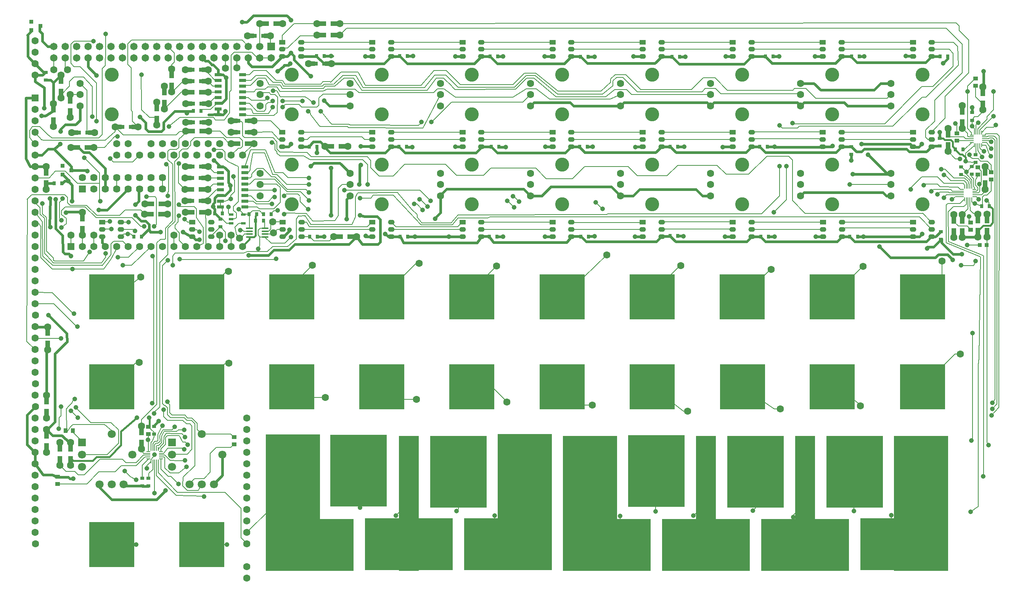
<source format=gtl>
%FSLAX33Y33*%
%MOMM*%
%AMRect-W741421-H941421-RO1.000*
21,1,0.741421,0.941421,0.,0.,180*%
%AMRR-H1089615-W1469615-R544807-RO0.000*
21,1,0.380001,1.089615,0.,0.,360*
21,1,1.469615,0.000001,0.,0.,360*
1,1,1.089614,-0.1900005,0.0000005*
1,1,1.089614,0.1900005,0.0000005*
1,1,1.089614,0.1900005,-0.0000005*
1,1,1.089614,-0.1900005,-0.0000005*%
%AMRR-H192474-W893701-R96237-RO0.000*
21,1,0.701227,0.192474,0.,0.,360*
1,1,0.192474,-0.3506135,0.*
1,1,0.192474,0.3506135,0.*
1,1,0.192474,0.3506135,-0.*
1,1,0.192474,-0.3506135,0.*%
%AMRR-H893701-W192474-R96237-RO0.000*
21,1,0.192474,0.701227,0.,0.,360*
1,1,0.192474,0.,0.3506135*
1,1,0.192474,0.,0.3506135*
1,1,0.192474,0.,-0.3506135*
1,1,0.192474,-0.,-0.3506135*%
%AMRect-W670710-H870710-RO0.500*
21,1,0.67071,0.87071,0.,0.,270*%
%AMRect-W842120-H941421-RO0.500*
21,1,0.84212,0.941421,0.,0.,270*%
%AMRect-W741421-H941421-RO1.500*
21,1,0.741421,0.941421,0.,0.,90*%
%AMRect-W800000-H900000-RO0.500*
21,1,0.8,0.9,0.,0.,270*%
%AMRect-W741421-H941421-RO0.500*
21,1,0.741421,0.941421,0.,0.,270*%
%AMRect-W670710-H870710-RO1.000*
21,1,0.67071,0.87071,0.,0.,180*%
%AMRect-W842120-H941421-RO1.500*
21,1,0.84212,0.941421,0.,0.,90*%
%AMRect-W670710-H870710-RO1.500*
21,1,0.67071,0.87071,0.,0.,90*%
%AMRect-W893701-H192474-RO1.000*
21,1,0.893701,0.192474,0.,0.,180*%
%AMRR-H192474-W893701-R96237-RO1.000*
21,1,0.701227,0.192474,0.,0.,180*
1,1,0.192474,0.3506135,-0.*
1,1,0.192474,-0.3506135,-0.*
1,1,0.192474,-0.3506135,0.*
1,1,0.192474,0.3506135,0.*%
%AMRR-H893701-W192474-R96237-RO1.000*
21,1,0.192474,0.701227,0.,0.,180*
1,1,0.192474,0.,-0.3506135*
1,1,0.192474,-0.,-0.3506135*
1,1,0.192474,-0.,0.3506135*
1,1,0.192474,0.,0.3506135*%
%AMRect-W1650000-H1650000-RO0.500*
21,1,1.65,1.65,0.,0.,270*%
%AMRect-W842120-H941421-RO1.000*
21,1,0.84212,0.941421,0.,0.,180*%
%AMRect-W600000-H1500000-RO1.500*
21,1,0.6,1.5,0.,0.,90*%
%AMRect-W1600000-H1600000-RO0.500*
21,1,1.6,1.6,0.,0.,270*%
%AMRect-W1600000-H300000-RO1.000*
21,1,1.6,0.3,0.,0.,180*%
%AMRR-H300000-W1600000-R150000-RO1.000*
21,1,1.3,0.3,0.,0.,180*
1,1,0.3,0.65,-0.*
1,1,0.3,-0.65,-0.*
1,1,0.3,-0.65,0.*
1,1,0.3,0.65,0.*%
%AMRR-H300000-W1600000-R150000-RO0.000*
21,1,1.3,0.3,0.,0.,360*
1,1,0.3,-0.65,0.*
1,1,0.3,0.65,0.*
1,1,0.3,0.65,-0.*
1,1,0.3,-0.65,0.*%
%ADD10C,0.2032*%
%ADD11C,0.6096*%
%ADD12C,0.381*%
%ADD13C,1.0668*%
%ADD14C,1.*%
%ADD15C,1.6*%
%ADD16Rect-W741421-H941421-RO1.000*%
%ADD17R,0.67071X0.87071*%
%ADD18R,1.469615X1.089615*%
%ADD19RR-H1089615-W1469615-R544807-RO0.000*%
%ADD20C,1.6*%
%ADD21R,1.8X1.8*%
%ADD22C,1.8*%
%ADD23R,10.X10.*%
%ADD24R,0.741421X0.941421*%
%ADD25C,1.6*%
%ADD26R,0.893701X0.192474*%
%ADD27RR-H192474-W893701-R96237-RO0.000*%
%ADD28RR-H893701-W192474-R96237-RO0.000*%
%ADD29Rect-W670710-H870710-RO0.500*%
%ADD30Rect-W842120-H941421-RO0.500*%
%ADD31C,3.1*%
%ADD32C,1.6*%
%ADD33Rect-W741421-H941421-RO1.500*%
%ADD34Rect-W800000-H900000-RO0.500*%
%ADD35R,1.62X1.62*%
%ADD36C,1.62*%
%ADD37Rect-W741421-H941421-RO0.500*%
%ADD38Rect-W670710-H870710-RO1.000*%
%ADD39Rect-W842120-H941421-RO1.500*%
%ADD40Rect-W670710-H870710-RO1.500*%
%ADD41R,1.6X1.6*%
%ADD42Rect-W893701-H192474-RO1.000*%
%ADD43RR-H192474-W893701-R96237-RO1.000*%
%ADD44RR-H893701-W192474-R96237-RO1.000*%
%ADD45C,1.65*%
%ADD46Rect-W1650000-H1650000-RO0.500*%
%ADD47R,1.05X0.6*%
%ADD48Rect-W842120-H941421-RO1.000*%
%ADD49Rect-W600000-H1500000-RO1.500*%
%ADD50R,0.84212X0.941421*%
%ADD51Rect-W1600000-H1600000-RO0.500*%
%ADD52Rect-W1600000-H300000-RO1.000*%
%ADD53RR-H300000-W1600000-R150000-RO1.000*%
%ADD54RR-H300000-W1600000-R150000-RO0.000*%
%ADD55R,12.X30.*%
%ADD56R,4.5X30.*%
%ADD57R,19.5X11.5*%
%ADD58R,12.5X16.*%
D10*
%LNtop copper_traces*%
G01*
X9680Y116070D02*
X10225Y115525D01*
X49485Y78990D02*
X50475Y78990D01*
X47418Y82369D02*
X46510Y82369D01*
X54865Y105775D02*
X55765Y107225D01*
X210717Y80005D02*
X209956Y80766D01*
X91750Y114325D02*
X94200Y114325D01*
X30314Y33105D02*
X30314Y34490D01*
D11*
X45925Y90411D02*
X46482Y89854D01*
D10*
X31804Y29875D02*
X32954Y28725D01*
X82100Y120045D02*
X97900Y120045D01*
X32954Y25925D02*
X34950Y25925D01*
D11*
X65480Y118445D02*
X66250Y117675D01*
D10*
X211525Y101564D02*
X211525Y102485D01*
X18450Y36725D02*
X11396Y36725D01*
X57450Y86025D02*
X57450Y89325D01*
D12*
X206705Y99500D02*
X206705Y98477D01*
D11*
X164075Y78425D02*
X165150Y77350D01*
D10*
X70675Y125755D02*
X207495Y125955D01*
X54275Y106825D02*
X54275Y107825D01*
X24451Y122150D02*
X25375Y122150D01*
X212325Y102409D02*
X213714Y103797D01*
X82546Y87627D02*
X88667Y81077D01*
X217006Y40456D02*
X215350Y38725D01*
X199848Y91700D02*
X203325Y91700D01*
X28991Y33002D02*
X29196Y33266D01*
X43577Y110537D02*
X41430Y110537D01*
X72625Y102650D02*
X89165Y102575D01*
X13775Y113900D02*
X11660Y113900D01*
X54030Y81625D02*
X53695Y81960D01*
D11*
X55685Y116230D02*
X51107Y116230D01*
D10*
X30350Y25994D02*
X34594Y21575D01*
X59075Y120325D02*
X57750Y120325D01*
X10000Y40150D02*
X10025Y35094D01*
X211406Y71950D02*
X208706Y71950D01*
X12990Y116200D02*
X11700Y116200D01*
D11*
X42907Y84553D02*
X42554Y84906D01*
D10*
X210050Y101410D02*
X210050Y100800D01*
D11*
X59848Y98990D02*
X59303Y98445D01*
D10*
X208879Y83359D02*
X208879Y83395D01*
X67425Y42675D02*
X62600Y42675D01*
X36375Y76265D02*
X35020Y77620D01*
X21525Y32496D02*
X21525Y35475D01*
D11*
X59004Y118445D02*
X57900Y118445D01*
D10*
X214876Y100372D02*
X215649Y100372D01*
X87745Y85700D02*
X89070Y84375D01*
D12*
X204617Y100250D02*
X204953Y99915D01*
D10*
X8875Y83329D02*
X9951Y82503D01*
D12*
X215094Y80874D02*
X215094Y80993D01*
D10*
X58493Y112325D02*
X66438Y112325D01*
D11*
X84150Y78425D02*
X84851Y77044D01*
D10*
X55381Y110000D02*
X54975Y110406D01*
X21365Y73850D02*
X23800Y73850D01*
X8750Y38600D02*
X8750Y40675D01*
X41910Y30272D02*
X43263Y31625D01*
X30023Y41181D02*
X30023Y77007D01*
X70675Y123215D02*
X72210Y124750D01*
X107975Y10075D02*
X105075Y12975D01*
X31953Y78010D02*
X31801Y77857D01*
X69569Y111844D02*
X71625Y113650D01*
X49075Y112050D02*
X50825Y112050D01*
X209208Y85087D02*
X206920Y85087D01*
X83090Y80655D02*
X82100Y81645D01*
X35125Y73671D02*
X35074Y73298D01*
X29454Y39354D02*
X29454Y38989D01*
D11*
X26075Y86300D02*
X26075Y88980D01*
D10*
X31629Y29475D02*
X31804Y29300D01*
X62100Y101645D02*
X77697Y101645D01*
X44785Y82144D02*
X44785Y82350D01*
D11*
X7227Y97892D02*
X11088Y94031D01*
D10*
X55715Y78990D02*
X55975Y79250D01*
X12225Y58425D02*
X7150Y63500D01*
D11*
X54836Y74261D02*
X50586Y74261D01*
D10*
X211539Y88525D02*
X211986Y88525D01*
D12*
X213507Y80874D02*
X215094Y80874D01*
D10*
X210875Y33125D02*
X211125Y33375D01*
X18575Y117950D02*
X18650Y118025D01*
X54975Y110406D02*
X53450Y110406D01*
X29150Y32429D02*
X29646Y32925D01*
X132150Y113850D02*
X133525Y113850D01*
X207870Y120700D02*
X207840Y120669D01*
X74825Y26400D02*
X75150Y18325D01*
X49575Y93920D02*
X50855Y97750D01*
X57450Y112150D02*
X57900Y111394D01*
X7081Y72563D02*
X12400Y72563D01*
X207275Y52325D02*
X208450Y52325D01*
D11*
X200725Y117125D02*
X202100Y118500D01*
D10*
X209060Y90250D02*
X209350Y89835D01*
D11*
X162100Y118450D02*
X165125Y118450D01*
D10*
X215265Y88545D02*
X214348Y87629D01*
D11*
X9850Y83790D02*
X9961Y83902D01*
D10*
X200750Y100497D02*
X200750Y102097D01*
X35831Y112992D02*
X33300Y110461D01*
D11*
X42231Y116658D02*
X41430Y117459D01*
D10*
X32684Y88535D02*
X32659Y93921D01*
X210015Y107515D02*
X210050Y102435D01*
X29550Y32236D02*
X29829Y32519D01*
X31980Y32293D02*
X32005Y33780D01*
X29950Y28486D02*
X29950Y25381D01*
X66793Y111875D02*
X67218Y112300D01*
X74100Y87250D02*
X74650Y88175D01*
X47035Y85140D02*
X48145Y86250D01*
D11*
X165125Y118450D02*
X166625Y116950D01*
D10*
X132900Y13075D02*
X132900Y16375D01*
X41438Y83885D02*
X40900Y83347D01*
X64253Y81164D02*
X73421Y81139D01*
D11*
X153740Y108250D02*
X172240Y108250D01*
D10*
X56268Y92680D02*
X58045Y92680D01*
X43373Y108095D02*
X43675Y108095D01*
D11*
X9535Y90750D02*
X10350Y90750D01*
D10*
X182100Y100045D02*
X198075Y100045D01*
D11*
X192135Y92500D02*
X187975Y96660D01*
D10*
X47418Y80511D02*
X47750Y78950D01*
D11*
X5595Y90315D02*
X7165Y90315D01*
X50320Y117018D02*
X50320Y118175D01*
D10*
X32410Y37650D02*
X35775Y37650D01*
X45240Y118110D02*
X45240Y115900D01*
X50000Y12700D02*
X55397Y18097D01*
X35072Y73364D02*
X35125Y73671D01*
X206850Y119175D02*
X206850Y116250D01*
X55575Y101716D02*
X55423Y101716D01*
X34925Y100131D02*
X34925Y98275D01*
X51303Y84169D02*
X50549Y83414D01*
X8875Y84181D02*
X8875Y83329D01*
D11*
X59390Y79930D02*
X59390Y79649D01*
X199210Y98352D02*
X199848Y98990D01*
D10*
X75800Y111525D02*
X89500Y111525D01*
D11*
X60695Y76760D02*
X72705Y76760D01*
D10*
X113737Y113650D02*
X118712Y109525D01*
D11*
X182150Y78450D02*
X183811Y78450D01*
D10*
X23150Y28250D02*
X22425Y29001D01*
X32100Y30950D02*
X32492Y31433D01*
X87200Y85700D02*
X87745Y85700D01*
X52105Y85670D02*
X51475Y86300D01*
X96575Y92050D02*
X94150Y94475D01*
X50650Y90131D02*
X49706Y90131D01*
X72405Y102870D02*
X72625Y102650D01*
X60515Y125760D02*
X65590Y125760D01*
D11*
X42907Y83662D02*
X42890Y83671D01*
D10*
X31574Y32513D02*
X31599Y33946D01*
X208761Y88925D02*
X208417Y88925D01*
D11*
X3000Y109220D02*
X1025Y109220D01*
X197075Y97270D02*
X200840Y97270D01*
D10*
X40000Y34600D02*
X39025Y35575D01*
D11*
X45466Y109065D02*
X45466Y113785D01*
D12*
X51591Y78340D02*
X51951Y78700D01*
D10*
X46535Y76290D02*
X46535Y78805D01*
X29554Y21408D02*
X29550Y26675D01*
X52410Y118110D02*
X55400Y118110D01*
X54810Y86250D02*
X55810Y87250D01*
X48125Y98100D02*
X48677Y98100D01*
D11*
X185975Y118450D02*
X187198Y118450D01*
X137200Y88925D02*
X149775Y88925D01*
D10*
X31804Y27075D02*
X31804Y29300D01*
X208761Y87325D02*
X207362Y87325D01*
D11*
X28372Y79995D02*
X28606Y79431D01*
D10*
X207495Y125955D02*
X208200Y125250D01*
X5125Y74719D02*
X5615Y74229D01*
X18390Y98275D02*
X16090Y98275D01*
X97700Y121645D02*
X82100Y121645D01*
X32950Y97800D02*
X32500Y97350D01*
X205034Y93400D02*
X204225Y93400D01*
X95687Y111663D02*
X96275Y111100D01*
X4650Y83507D02*
X4650Y85825D01*
X47035Y84300D02*
X47035Y85140D01*
X31701Y40900D02*
X31295Y41306D01*
X32659Y94045D02*
X32554Y94150D01*
X32500Y74450D02*
X30700Y72650D01*
X23601Y116675D02*
X23576Y121260D01*
D11*
X186495Y98990D02*
X197355Y98990D01*
D10*
X182100Y121645D02*
X197900Y121645D01*
D11*
X182650Y108250D02*
X173740Y108250D01*
D10*
X29950Y31912D02*
X30125Y32062D01*
X96323Y109415D02*
X109098Y109390D01*
X91575Y115325D02*
X94300Y115325D01*
X50620Y114445D02*
X51525Y115350D01*
X22425Y29001D02*
X17379Y29001D01*
X13950Y25496D02*
X12604Y25496D01*
D11*
X175925Y112500D02*
X177425Y111000D01*
D10*
X214679Y100175D02*
X213810Y100175D01*
X6165Y91440D02*
X7500Y93029D01*
X183900Y90025D02*
X193050Y90025D01*
D11*
X94339Y89027D02*
X111463Y89027D01*
D10*
X211548Y87725D02*
X213125Y87725D01*
X54275Y107825D02*
X54720Y108270D01*
D11*
X5908Y97892D02*
X4536Y96520D01*
D10*
X19900Y76850D02*
X19900Y74450D01*
X52155Y111175D02*
X54056Y111175D01*
X32500Y95500D02*
X33625Y94500D01*
X214650Y32075D02*
X214325Y32675D01*
D11*
X104774Y77171D02*
X121024Y77171D01*
D10*
X27167Y30275D02*
X26625Y30817D01*
D11*
X78859Y82936D02*
X76150Y82936D01*
D10*
X4250Y73775D02*
X6825Y71200D01*
X64636Y81926D02*
X69576Y81951D01*
X55304Y81354D02*
X55800Y81850D01*
X206957Y91477D02*
X205034Y93400D01*
X3875Y81280D02*
X4250Y80680D01*
X205631Y85806D02*
X205250Y85425D01*
X26650Y106650D02*
X28404Y104896D01*
X14075Y85000D02*
X9712Y85000D01*
X78027Y87627D02*
X82546Y87627D01*
X8425Y86050D02*
X9100Y86725D01*
X210625Y96150D02*
X210625Y96590D01*
X34055Y80940D02*
X34809Y81694D01*
X117525Y62350D02*
X120000Y65050D01*
X48226Y81400D02*
X47418Y80511D01*
X49335Y79640D02*
X50549Y79640D01*
X35096Y85088D02*
X38346Y85104D01*
X34925Y85500D02*
X34809Y85375D01*
D11*
X79110Y76760D02*
X79625Y77275D01*
D10*
X49711Y88764D02*
X49507Y88968D01*
X37850Y38150D02*
X36875Y38150D01*
X34450Y97800D02*
X32950Y97800D01*
X72939Y103200D02*
X72714Y103425D01*
X207990Y116565D02*
X207840Y120669D01*
X122100Y121645D02*
X137805Y121645D01*
D12*
X212350Y79716D02*
X213507Y80874D01*
D10*
X76149Y100045D02*
X77762Y100045D01*
X52300Y93600D02*
X53655Y93600D01*
D11*
X105750Y118475D02*
X105780Y118445D01*
D10*
X28161Y30771D02*
X28161Y33331D01*
X62172Y81645D02*
X63285Y81645D01*
X28138Y33331D02*
X28138Y34603D01*
D11*
X51107Y116230D02*
X50320Y117018D01*
X75336Y98480D02*
X77978Y98480D01*
D10*
X96900Y82550D02*
X103515Y82550D01*
X54975Y112150D02*
X57450Y112150D01*
D11*
X116154Y118445D02*
X117900Y118445D01*
D10*
X28750Y28486D02*
X27844Y27580D01*
X211525Y105085D02*
X211090Y104320D01*
X29950Y31264D02*
X29950Y31912D01*
X216556Y100175D02*
X216556Y41281D01*
X35800Y32825D02*
X36374Y32825D01*
D11*
X157900Y98445D02*
X155671Y98445D01*
X68405Y107500D02*
X67218Y108687D01*
D10*
X91475Y110400D02*
X92325Y111250D01*
X49084Y96585D02*
X49084Y96614D01*
X54306Y115350D02*
X56500Y113156D01*
X199925Y109375D02*
X198825Y108275D01*
X67016Y111394D02*
X67466Y111844D01*
D11*
X184510Y92275D02*
X192550Y92275D01*
X140595Y116920D02*
X142100Y118425D01*
D10*
X41430Y114770D02*
X43025Y113175D01*
X12500Y38225D02*
X10975Y39750D01*
D11*
X31050Y101816D02*
X28184Y101816D01*
D10*
X5525Y82632D02*
X4650Y83507D01*
X10650Y112890D02*
X10650Y111850D01*
X31290Y91515D02*
X31290Y89060D01*
X161465Y92275D02*
X165491Y96302D01*
D11*
X63900Y98455D02*
X64718Y99527D01*
D10*
X40192Y106710D02*
X39900Y106418D01*
X25375Y122150D02*
X28075Y122125D01*
X102250Y100045D02*
X117900Y100045D01*
X55484Y108270D02*
X55765Y108550D01*
X209590Y95144D02*
X211235Y94969D01*
X18700Y73850D02*
X18700Y74725D01*
X95352Y81509D02*
X96909Y83294D01*
X168925Y102544D02*
X172250Y102544D01*
X49065Y99750D02*
X49065Y99750D01*
X35800Y26600D02*
X34950Y25925D01*
X32514Y88236D02*
X32684Y88535D01*
X109450Y111625D02*
X112050Y114225D01*
X61329Y87925D02*
X61800Y87454D01*
X36175Y110461D02*
X37836Y110461D01*
X122100Y100045D02*
X137715Y100045D01*
X75575Y110950D02*
X90025Y110950D01*
D11*
X9625Y74600D02*
X9175Y75050D01*
X101126Y77044D02*
X102125Y78475D01*
D10*
X206005Y88125D02*
X205780Y88350D01*
D11*
X122100Y98445D02*
X123700Y98445D01*
D10*
X205631Y85806D02*
X208324Y85806D01*
D12*
X51951Y83035D02*
X52330Y83414D01*
D10*
X214325Y32675D02*
X214325Y41825D01*
X4265Y87760D02*
X5450Y87750D01*
D12*
X15770Y28650D02*
X16625Y29505D01*
D10*
X211800Y111951D02*
X211800Y109478D01*
X54325Y114275D02*
X55850Y112750D01*
X2865Y99060D02*
X1800Y100400D01*
X32171Y34698D02*
X34075Y34673D01*
D11*
X185640Y78450D02*
X198140Y78450D01*
D10*
X10900Y36200D02*
X10119Y35094D01*
D11*
X4650Y114300D02*
X5375Y115025D01*
D10*
X209750Y86736D02*
X209750Y85629D01*
D11*
X4064Y124100D02*
X4064Y125114D01*
D10*
X195075Y106875D02*
X191650Y103450D01*
X209750Y85629D02*
X209208Y85087D01*
X52083Y114275D02*
X54325Y114275D01*
X102575Y92050D02*
X96575Y92050D01*
D11*
X104020Y118475D02*
X105620Y116875D01*
X4842Y25513D02*
X6852Y25513D01*
D10*
X43995Y76265D02*
X43970Y76290D01*
X200000Y45050D02*
X207275Y52325D01*
X162100Y100150D02*
X177552Y100150D01*
D11*
X9961Y83902D02*
X13510Y83902D01*
X45925Y92950D02*
X45925Y90411D01*
D10*
X23592Y121261D02*
X23576Y121260D01*
D11*
X213404Y111730D02*
X213625Y111951D01*
X102100Y118445D02*
X104020Y118445D01*
X197993Y98352D02*
X199210Y98352D01*
X197355Y98990D02*
X197900Y98445D01*
D10*
X42517Y111905D02*
X41430Y112992D01*
X8750Y38600D02*
X8375Y38250D01*
X47150Y119375D02*
X51069Y119375D01*
X28750Y28933D02*
X29454Y29779D01*
X44785Y82350D02*
X44610Y82350D01*
D11*
X203875Y98550D02*
X202175Y98550D01*
D10*
X63700Y106275D02*
X64137Y105838D01*
D11*
X42534Y85700D02*
X42534Y85104D01*
D10*
X215475Y99775D02*
X213810Y99775D01*
D11*
X58350Y116561D02*
X59347Y116561D01*
D10*
X24466Y72051D02*
X28755Y76265D01*
D11*
X182200Y118450D02*
X184150Y118450D01*
D10*
X44610Y84595D02*
X44610Y83550D01*
X30735Y34273D02*
X31360Y35540D01*
X25350Y50400D02*
X25975Y50400D01*
X31953Y80284D02*
X31953Y78010D01*
X29150Y31264D02*
X29150Y32429D01*
X96975Y26175D02*
X96975Y17850D01*
X33325Y30093D02*
X33706Y30525D01*
X173975Y19175D02*
X171350Y16550D01*
X42876Y109365D02*
X41509Y107997D01*
D11*
X80505Y116850D02*
X82100Y118445D01*
D10*
X3000Y85975D02*
X3000Y86550D01*
D11*
X199400Y78445D02*
X199945Y78990D01*
D10*
X64137Y105638D02*
X66125Y103075D01*
D11*
X3075Y40640D02*
X1270Y38835D01*
D10*
X210015Y111856D02*
X211709Y113550D01*
X7081Y73660D02*
X5531Y75210D01*
X6075Y100925D02*
X6754Y100347D01*
X88740Y86535D02*
X90175Y85100D01*
X56730Y111713D02*
X57394Y110700D01*
X107850Y41650D02*
X104450Y45050D01*
X51525Y115350D02*
X54306Y115350D01*
X54030Y78990D02*
X55715Y78990D01*
X56775Y106100D02*
X56775Y106650D01*
X46525Y118685D02*
X46525Y110935D01*
X36600Y36825D02*
X35775Y37650D01*
X54030Y80290D02*
X54030Y81625D01*
X35800Y32825D02*
X34996Y34225D01*
X48415Y100400D02*
X49065Y99750D01*
X204400Y69325D02*
X204400Y72875D01*
D11*
X42536Y116646D02*
X42231Y116646D01*
D10*
X49075Y114445D02*
X50620Y114445D01*
X2400Y102935D02*
X4050Y102935D01*
X33625Y81955D02*
X31953Y80284D01*
X74100Y82825D02*
X74100Y87250D01*
X34050Y36144D02*
X33447Y35540D01*
X32492Y31433D02*
X36090Y31433D01*
X48145Y86229D02*
X48140Y93979D01*
X48231Y84494D02*
X49210Y83515D01*
X43675Y109365D02*
X42876Y109365D01*
X205784Y77329D02*
X213550Y74203D01*
X209750Y89514D02*
X209750Y90393D01*
D11*
X17300Y23400D02*
X17300Y22700D01*
D10*
X9728Y93029D02*
X12442Y90315D01*
X212950Y97892D02*
X213677Y97367D01*
X55397Y18097D02*
X55397Y19525D01*
X36853Y81645D02*
X36309Y82190D01*
D11*
X28606Y79431D02*
X30887Y79431D01*
D10*
X31801Y77857D02*
X30873Y77857D01*
D11*
X2200Y124100D02*
X1350Y123250D01*
D10*
X56200Y110875D02*
X56681Y110875D01*
X40900Y82550D02*
X40925Y82525D01*
X119025Y110125D02*
X129044Y110125D01*
X206550Y86736D02*
X207170Y87183D01*
X209846Y92210D02*
X209846Y92838D01*
X215649Y100372D02*
X216150Y99871D01*
X24504Y82659D02*
X26435Y80750D01*
X209846Y92210D02*
X210985Y91071D01*
X210325Y114834D02*
X205075Y109584D01*
X10950Y121175D02*
X10950Y117050D01*
X214286Y102725D02*
X215800Y102725D01*
D11*
X4536Y96520D02*
X3000Y96520D01*
D10*
X208200Y124231D02*
X208200Y125250D01*
X205683Y83917D02*
X205784Y77329D01*
X30760Y32925D02*
X30735Y34273D01*
X214348Y87629D02*
X213795Y87629D01*
X31295Y71950D02*
X31400Y72050D01*
X38430Y100400D02*
X44863Y100400D01*
X193075Y12875D02*
X193075Y16575D01*
D11*
X45155Y87570D02*
X46330Y88745D01*
D10*
X24325Y106496D02*
X24325Y115951D01*
D11*
X167005Y98349D02*
X177800Y98349D01*
X104300Y98445D02*
X105665Y97080D01*
D10*
X62250Y80045D02*
X77900Y80045D01*
D11*
X2200Y124300D02*
X2200Y124100D01*
X160425Y116775D02*
X162100Y118450D01*
D10*
X14425Y85406D02*
X16715Y83142D01*
D11*
X23185Y23015D02*
X22700Y23500D01*
D10*
X112050Y111250D02*
X114237Y111250D01*
D11*
X74390Y78445D02*
X75650Y76760D01*
X82100Y118445D02*
X83820Y118445D01*
D10*
X41438Y91505D02*
X43995Y91505D01*
X47335Y90990D02*
X47335Y88423D01*
D12*
X10860Y29310D02*
X11520Y28650D01*
D10*
X34823Y35468D02*
X34456Y35127D01*
D11*
X23670Y88975D02*
X19861Y85166D01*
X59303Y98445D02*
X57900Y98445D01*
D10*
X20000Y34600D02*
X20000Y35300D01*
X14075Y85000D02*
X16593Y82659D01*
X58870Y90000D02*
X63825Y90000D01*
X31295Y41306D02*
X31295Y71950D01*
X34031Y95136D02*
X35020Y96125D01*
X59848Y78303D02*
X58510Y76965D01*
X16715Y83142D02*
X21858Y83142D01*
X43240Y88840D02*
X44175Y88840D01*
X131300Y111975D02*
X131325Y113025D01*
X213350Y87234D02*
X213795Y87629D01*
X30939Y26790D02*
X32529Y25200D01*
X112050Y114225D02*
X114000Y114225D01*
X29150Y28400D02*
X29150Y26725D01*
X56058Y84169D02*
X56900Y84169D01*
X122100Y81550D02*
X137700Y81550D01*
X30492Y32062D02*
X31171Y32700D01*
X95507Y108333D02*
X111272Y108333D01*
X212425Y49900D02*
X212600Y51400D01*
X209375Y91477D02*
X206957Y91477D01*
X203961Y89514D02*
X203325Y90150D01*
X214339Y105085D02*
X215775Y106650D01*
X36244Y88975D02*
X34824Y90395D01*
D11*
X3030Y58400D02*
X5850Y58400D01*
D10*
X162100Y121645D02*
X177900Y121645D01*
D11*
X197846Y118554D02*
X196309Y118554D01*
D10*
X212289Y88829D02*
X212289Y89296D01*
X55730Y76200D02*
X59100Y76200D01*
X114237Y111250D02*
X117262Y108978D01*
X216275Y103200D02*
X215800Y102725D01*
X43675Y111905D02*
X42517Y111905D01*
X63262Y83624D02*
X64636Y81926D01*
X214794Y86056D02*
X214348Y86450D01*
X35800Y23025D02*
X36800Y22025D01*
D11*
X9610Y57350D02*
X6000Y60960D01*
X202870Y73736D02*
X203556Y74422D01*
D10*
X102100Y120045D02*
X117805Y120045D01*
X47700Y82650D02*
X47418Y82369D01*
X210950Y86736D02*
X210950Y86106D01*
X36875Y38150D02*
X36756Y38294D01*
X30939Y30771D02*
X30939Y31252D01*
D11*
X97993Y98445D02*
X96317Y98445D01*
D10*
X43675Y113175D02*
X43025Y113175D01*
X213125Y101564D02*
X214286Y102725D01*
X142100Y120045D02*
X157795Y120045D01*
D11*
X117525Y89525D02*
X115525Y87525D01*
D10*
X32500Y97350D02*
X32500Y95500D01*
D11*
X12990Y107500D02*
X12990Y104277D01*
D10*
X97820Y81645D02*
X96830Y80655D01*
X40000Y10000D02*
X45600Y10000D01*
X92075Y113675D02*
X93700Y113675D01*
D11*
X186495Y97270D02*
X187125Y97900D01*
D10*
X58768Y87925D02*
X61329Y87925D01*
X47015Y91310D02*
X47335Y90990D01*
X204750Y87075D02*
X205400Y87725D01*
X212352Y105085D02*
X211525Y105085D01*
D11*
X44800Y105555D02*
X45195Y105950D01*
D10*
X41910Y26086D02*
X40513Y24689D01*
D11*
X185475Y117125D02*
X200725Y117125D01*
D10*
X211825Y72975D02*
X211406Y71950D01*
X173990Y83600D02*
X199945Y83600D01*
X33447Y38775D02*
X36275Y38775D01*
X20000Y45050D02*
X25350Y50400D01*
D11*
X62555Y118445D02*
X65322Y118445D01*
D10*
X3000Y66040D02*
X6810Y65990D01*
X56749Y80045D02*
X57972Y80045D01*
D11*
X6879Y34246D02*
X5560Y35565D01*
D10*
X20985Y100725D02*
X20690Y100725D01*
X31171Y32700D02*
X31171Y34122D01*
X214775Y97000D02*
X215175Y96333D01*
X56667Y97317D02*
X56244Y97740D01*
X10800Y110000D02*
X12990Y110000D01*
X215265Y91098D02*
X215265Y88545D01*
D11*
X66250Y117675D02*
X66390Y117675D01*
D12*
X16625Y29505D02*
X19560Y29505D01*
D10*
X55855Y100400D02*
X56725Y99530D01*
D11*
X5450Y90170D02*
X5595Y90315D01*
D10*
X13775Y113900D02*
X15750Y111800D01*
X207635Y101410D02*
X207635Y103215D01*
D11*
X189250Y111000D02*
X190750Y112500D01*
D12*
X51951Y78700D02*
X51951Y83035D01*
D11*
X3000Y114300D02*
X3000Y112850D01*
D10*
X23800Y73850D02*
X26215Y76265D01*
D11*
X30000Y20000D02*
X32000Y22000D01*
D10*
X58550Y107825D02*
X61575Y107825D01*
X46225Y105950D02*
X45020Y104326D01*
X96900Y111625D02*
X109450Y111625D01*
X52105Y85670D02*
X55640Y85670D01*
X49625Y87500D02*
X50975Y87500D01*
X16650Y104050D02*
X16650Y112540D01*
X41389Y86425D02*
X41389Y86989D01*
D12*
X203875Y100250D02*
X204617Y100250D01*
D10*
X34825Y23500D02*
X33125Y25200D01*
X214775Y97000D02*
X214064Y98786D01*
X204775Y90250D02*
X209060Y90250D01*
X5531Y75210D02*
X5531Y82444D01*
X45830Y95100D02*
X48140Y93979D01*
X18700Y74300D02*
X18950Y74825D01*
X66363Y102870D02*
X72405Y102870D01*
X85750Y19175D02*
X83125Y16425D01*
X213350Y85445D02*
X213156Y85200D01*
X210175Y90677D02*
X209375Y91477D01*
X142100Y81750D02*
X157802Y81750D01*
D11*
X144025Y98445D02*
X145320Y97150D01*
D10*
X49625Y86300D02*
X51475Y86300D01*
X207876Y89464D02*
X208417Y88925D01*
X46639Y96614D02*
X48125Y98100D01*
X33900Y119246D02*
X33900Y117175D01*
D11*
X194129Y77350D02*
X200880Y77350D01*
D10*
X162100Y120045D02*
X177900Y120045D01*
X62100Y100045D02*
X63505Y100045D01*
D11*
X208946Y78315D02*
X212350Y78315D01*
D10*
X51025Y106825D02*
X51475Y105775D01*
X56000Y84575D02*
X57450Y86025D01*
D11*
X176301Y78450D02*
X177945Y78450D01*
D10*
X55304Y80140D02*
X55304Y81354D01*
X30873Y77857D02*
X30050Y77035D01*
X7500Y93029D02*
X9728Y93029D01*
D11*
X44496Y108095D02*
X45466Y109065D01*
D10*
X4495Y99955D02*
X4050Y100400D01*
D11*
X28372Y81122D02*
X27599Y81895D01*
D10*
X31360Y35540D02*
X33447Y35540D01*
X215392Y92697D02*
X214143Y93946D01*
X169800Y86675D02*
X167000Y83875D01*
D11*
X122100Y118445D02*
X124125Y118445D01*
D10*
X82100Y101645D02*
X97800Y101645D01*
X40000Y45050D02*
X45200Y50250D01*
X58510Y76965D02*
X55404Y76965D01*
X31900Y40900D02*
X31701Y40900D01*
D11*
X111463Y89027D02*
X112990Y87500D01*
D10*
X137481Y111125D02*
X148775Y111125D01*
X49075Y106825D02*
X51025Y106825D01*
X49300Y74825D02*
X50198Y75139D01*
X50770Y91475D02*
X49720Y91475D01*
X43264Y31627D02*
X46450Y31625D01*
D11*
X60477Y117748D02*
X64154Y114071D01*
D10*
X202100Y121500D02*
X202245Y121645D01*
X16030Y78755D02*
X16030Y76290D01*
X35139Y101816D02*
X36883Y101816D01*
X71625Y113650D02*
X73750Y113650D01*
X25500Y27575D02*
X27425Y29475D01*
X122350Y91325D02*
X116515Y91325D01*
X46510Y76265D02*
X46535Y76290D01*
X211619Y95175D02*
X211825Y94969D01*
D11*
X44600Y25400D02*
X44600Y30000D01*
D10*
X4050Y100400D02*
X2850Y101600D01*
X58950Y88439D02*
X61911Y88439D01*
D11*
X43900Y105555D02*
X44800Y105555D01*
D10*
X51025Y108700D02*
X54055Y108700D01*
X82100Y100045D02*
X97900Y100045D01*
X64050Y95550D02*
X62600Y96350D01*
X7300Y72975D02*
X7081Y73194D01*
X37608Y98713D02*
X37608Y99578D01*
X28236Y36045D02*
X28161Y36177D01*
X29950Y81100D02*
X29375Y80450D01*
X203961Y89514D02*
X207876Y89464D01*
X47200Y33850D02*
X46450Y34600D01*
X162975Y18175D02*
X162325Y17525D01*
X70325Y83100D02*
X70325Y89150D01*
X73421Y81139D02*
X74100Y82825D01*
X102200Y81645D02*
X117780Y81645D01*
X26775Y27600D02*
X28250Y29075D01*
X151112Y110637D02*
X151800Y111325D01*
X32896Y41103D02*
X32350Y41649D01*
X31625Y35127D02*
X34431Y35127D01*
X22100Y78445D02*
X22645Y78990D01*
D11*
X31551Y103801D02*
X31551Y102318D01*
D10*
X169800Y94125D02*
X169800Y86675D01*
X49711Y88764D02*
X56225Y88764D01*
X120000Y45050D02*
X124025Y41025D01*
D11*
X103775Y78475D02*
X104774Y77171D01*
D10*
X65603Y107225D02*
X66021Y107644D01*
X30314Y32513D02*
X30760Y32925D01*
D11*
X75108Y89975D02*
X75108Y94089D01*
X68700Y89290D02*
X68704Y89295D01*
X14760Y116165D02*
X14760Y118110D01*
D10*
X10950Y78755D02*
X10950Y76290D01*
D11*
X43675Y108095D02*
X44496Y108095D01*
X193075Y107500D02*
X183400Y107500D01*
D10*
X46225Y105950D02*
X46225Y110635D01*
X63875Y108931D02*
X64931Y107875D01*
X47150Y119340D02*
X46510Y118700D01*
D11*
X140950Y77300D02*
X142150Y78500D01*
D10*
X146975Y39675D02*
X147900Y39675D01*
X9680Y118110D02*
X9680Y116070D01*
X28250Y25825D02*
X28250Y24792D01*
X34925Y98275D02*
X34450Y97800D01*
X34381Y20900D02*
X40400Y20800D01*
X64137Y105606D02*
X64137Y105838D01*
X136738Y110637D02*
X151112Y110637D01*
X48717Y11557D02*
X50114Y10160D01*
D11*
X92990Y83719D02*
X92990Y87500D01*
X4500Y105292D02*
X5267Y105254D01*
D10*
X47335Y88423D02*
X46482Y87570D01*
D11*
X152990Y107500D02*
X152240Y108250D01*
D10*
X62100Y120045D02*
X77900Y120045D01*
X43995Y91505D02*
X44200Y91300D01*
D11*
X13835Y97125D02*
X13635Y97340D01*
X142100Y118425D02*
X144400Y118425D01*
D10*
X28161Y29875D02*
X27100Y29875D01*
D11*
X213625Y111951D02*
X213625Y115200D01*
D10*
X4050Y102935D02*
X4050Y102935D01*
X45190Y95740D02*
X45190Y97253D01*
D11*
X43650Y105580D02*
X41509Y105555D01*
D10*
X45529Y81400D02*
X44785Y82144D01*
X186131Y41047D02*
X180281Y45847D01*
X19869Y37131D02*
X21525Y35475D01*
D11*
X67096Y116850D02*
X80505Y116850D01*
D10*
X42608Y104930D02*
X43079Y104326D01*
D11*
X4650Y121850D02*
X5850Y120650D01*
D10*
X211925Y98525D02*
X211925Y96881D01*
X92325Y111250D02*
X93700Y111250D01*
X11660Y113900D02*
X10650Y112890D01*
D11*
X56025Y75425D02*
X54836Y74261D01*
D10*
X216150Y100575D02*
X215875Y100804D01*
X30939Y29875D02*
X31804Y29875D01*
X57950Y107225D02*
X58550Y107825D01*
X64575Y72050D02*
X60000Y67475D01*
X51774Y91205D02*
X50650Y90131D01*
D12*
X50636Y77851D02*
X50636Y78340D01*
D10*
X40925Y76795D02*
X41455Y76265D01*
D11*
X0950Y108270D02*
X0950Y95800D01*
D10*
X61004Y82300D02*
X61525Y83050D01*
X47087Y32100D02*
X47125Y32225D01*
X55257Y120793D02*
X55257Y123047D01*
X30025Y122125D02*
X48975Y122095D01*
X37608Y99578D02*
X38430Y100400D01*
X50770Y91475D02*
X51124Y91829D01*
X36820Y97925D02*
X37608Y98713D01*
D12*
X206291Y99915D02*
X206705Y99500D01*
D11*
X4650Y121850D02*
X4650Y123514D01*
X51497Y127559D02*
X50049Y126111D01*
D10*
X214348Y43023D02*
X214348Y78450D01*
D11*
X193050Y87500D02*
X192000Y87500D01*
D12*
X209590Y96011D02*
X209590Y95230D01*
D10*
X30125Y32925D02*
X30314Y33105D01*
X35020Y77620D02*
X35020Y79290D01*
X32410Y37650D02*
X31560Y38500D01*
X213875Y106608D02*
X212352Y105085D01*
X37850Y31164D02*
X37850Y36350D01*
X10575Y40800D02*
X10000Y40150D01*
X41910Y30272D02*
X41910Y26086D01*
D11*
X7050Y112670D02*
X8745Y114365D01*
X72990Y87500D02*
X72187Y86697D01*
D10*
X41430Y114770D02*
X41430Y115541D01*
X142250Y101645D02*
X157900Y101645D01*
D11*
X44737Y114445D02*
X43675Y114445D01*
D10*
X128650Y110731D02*
X130825Y112681D01*
D11*
X146050Y116775D02*
X160425Y116775D01*
D10*
X116515Y91325D02*
X114165Y93675D01*
X33300Y116575D02*
X33300Y115541D01*
D11*
X59792Y119232D02*
X60477Y118546D01*
D10*
X69311Y112300D02*
X71386Y114250D01*
X212942Y95230D02*
X214411Y95230D01*
X56667Y96977D02*
X56667Y97317D01*
X94200Y114325D02*
X96900Y111625D01*
D11*
X125325Y77300D02*
X140950Y77300D01*
X70700Y94800D02*
X64910Y94800D01*
D10*
X20835Y101760D02*
X18625Y99854D01*
X4825Y99879D02*
X18625Y99854D01*
X210375Y82047D02*
X210717Y81705D01*
X22100Y81645D02*
X23800Y81645D01*
X15394Y37131D02*
X19869Y37131D01*
X211125Y33375D02*
X211125Y56975D01*
X36150Y35493D02*
X34823Y35468D01*
X171350Y16550D02*
X171350Y16100D01*
X52300Y93600D02*
X51380Y92680D01*
X11700Y116200D02*
X10950Y116950D01*
X58179Y111875D02*
X66793Y111875D01*
X20777Y26177D02*
X22180Y27580D01*
X5125Y74719D02*
X5100Y81960D01*
D11*
X5375Y113225D02*
X6495Y113225D01*
D10*
X202350Y111750D02*
X199875Y111750D01*
X3000Y91440D02*
X6165Y91440D01*
D11*
X26775Y23015D02*
X23185Y23015D01*
D12*
X28408Y38225D02*
X28408Y36532D01*
D10*
X18450Y36725D02*
X20000Y35300D01*
X56725Y99530D02*
X56725Y97900D01*
D11*
X205600Y118500D02*
X205600Y117925D01*
X105620Y116875D02*
X120530Y116875D01*
D10*
X95537Y111838D02*
X95687Y111663D01*
X212425Y18450D02*
X212425Y49900D01*
X48677Y98100D02*
X49084Y98506D01*
D11*
X105780Y118445D02*
X106883Y118445D01*
D10*
X42850Y92650D02*
X44175Y92650D01*
X76851Y89849D02*
X76851Y94468D01*
X203325Y90150D02*
X200600Y90150D01*
X7081Y73194D02*
X7081Y73660D01*
D11*
X25273Y85498D02*
X26075Y86300D01*
D10*
X131806Y114425D02*
X134181Y114425D01*
X76725Y96225D02*
X64375Y96225D01*
X1800Y100400D02*
X1800Y102075D01*
D11*
X31551Y102318D02*
X31050Y101816D01*
X76534Y78445D02*
X77900Y78445D01*
X60695Y76760D02*
X59410Y75425D01*
D10*
X49534Y100400D02*
X55855Y100400D01*
X61575Y107825D02*
X62175Y107225D01*
D11*
X64910Y94800D02*
X64235Y94125D01*
X120530Y116875D02*
X122100Y118445D01*
D12*
X212350Y78315D02*
X212350Y79716D01*
D10*
X54616Y75088D02*
X55730Y76200D01*
X52225Y86250D02*
X54810Y86250D01*
X94300Y115325D02*
X97428Y112197D01*
X45500Y100466D02*
X44125Y101841D01*
X196150Y108025D02*
X195075Y106875D01*
X213125Y87725D02*
X213925Y88525D01*
X205277Y82223D02*
X205250Y84100D01*
D11*
X12990Y104277D02*
X12014Y103302D01*
D10*
X57981Y113156D02*
X58493Y112325D01*
D11*
X208879Y78248D02*
X208946Y78315D01*
X74390Y78445D02*
X72705Y76760D01*
D10*
X57981Y108550D02*
X62331Y108550D01*
D11*
X165145Y97150D02*
X180805Y97150D01*
D10*
X49075Y110635D02*
X51615Y110635D01*
X54036Y80290D02*
X52974Y80290D01*
X17570Y86175D02*
X17325Y86420D01*
D11*
X13635Y97340D02*
X12700Y98275D01*
X38645Y77750D02*
X39484Y77750D01*
D10*
X200600Y90150D02*
X200325Y89875D01*
X44175Y80590D02*
X44175Y80590D01*
X136675Y92000D02*
X134700Y93975D01*
X148775Y111125D02*
X151375Y113725D01*
X46510Y81400D02*
X45529Y81400D01*
X17325Y86420D02*
X17325Y92575D01*
X4650Y81764D02*
X4700Y74100D01*
X93700Y113675D02*
X95537Y111838D01*
X10219Y87162D02*
X10219Y85988D01*
X12647Y72565D02*
X17715Y72565D01*
X69576Y81951D02*
X70325Y83100D01*
D11*
X6852Y25513D02*
X7950Y25000D01*
D10*
X102200Y80045D02*
X117780Y80045D01*
X122100Y120045D02*
X137900Y120045D01*
X8375Y38250D02*
X8375Y35650D01*
X210050Y102435D02*
X210859Y101513D01*
X50549Y83414D02*
X49324Y83414D01*
D11*
X145700Y78554D02*
X146935Y78554D01*
D10*
X58297Y87454D02*
X58768Y87925D01*
X157705Y100045D02*
X157900Y99850D01*
D11*
X68700Y83175D02*
X68700Y93321D01*
D10*
X35639Y100681D02*
X34950Y100131D01*
X208875Y121200D02*
X208875Y114875D01*
X107865Y86400D02*
X107950Y86400D01*
X53869Y106269D02*
X54275Y106825D01*
X36094Y38238D02*
X36681Y37650D01*
X215775Y110675D02*
X215775Y106650D01*
D11*
X190475Y76212D02*
X192951Y73736D01*
D10*
X45830Y95100D02*
X45190Y95740D01*
X33625Y81955D02*
X33625Y94500D01*
X209750Y92838D02*
X208642Y93946D01*
D11*
X145225Y77325D02*
X161050Y77325D01*
X1270Y32210D02*
X1270Y38835D01*
D10*
X43264Y31625D02*
X43263Y31625D01*
X58297Y83675D02*
X63262Y83624D01*
X47780Y118110D02*
X47780Y115900D01*
X142100Y100045D02*
X157705Y100045D01*
D11*
X193050Y92500D02*
X192135Y92500D01*
D10*
X87850Y82731D02*
X88894Y81509D01*
X212396Y95775D02*
X211108Y95775D01*
X4050Y102935D02*
X6010Y100975D01*
X47150Y119375D02*
X47150Y119340D01*
X26215Y96585D02*
X24680Y95050D01*
X49065Y98525D02*
X49065Y99750D01*
X57500Y109531D02*
X62950Y109506D01*
D11*
X83800Y98445D02*
X85165Y97080D01*
D10*
X34055Y80256D02*
X34055Y80940D01*
D11*
X206832Y74524D02*
X208767Y74524D01*
D10*
X212752Y102152D02*
X215800Y105200D01*
X33550Y74125D02*
X34100Y74825D01*
X176325Y109150D02*
X192140Y109150D01*
X49534Y100400D02*
X49084Y100850D01*
X29550Y31264D02*
X29550Y32236D01*
D11*
X7440Y52400D02*
X10125Y55085D01*
D10*
X57725Y112750D02*
X58179Y111875D01*
X49084Y98506D02*
X49065Y98525D01*
X63505Y100045D02*
X64050Y100590D01*
X49065Y103799D02*
X48509Y104205D01*
X21135Y76265D02*
X21135Y75835D01*
X34360Y101037D02*
X35139Y101816D01*
D11*
X197900Y78445D02*
X199400Y78445D01*
D10*
X213094Y93020D02*
X213094Y90567D01*
D11*
X59410Y75425D02*
X56025Y75425D01*
X44175Y93979D02*
X42829Y95325D01*
X17900Y78359D02*
X17900Y77098D01*
D10*
X29404Y35027D02*
X28236Y36045D01*
X38346Y85104D02*
X38825Y84625D01*
X48415Y100400D02*
X45600Y100400D01*
X40400Y80475D02*
X40400Y76882D01*
D11*
X3000Y114300D02*
X4650Y114300D01*
X45466Y113716D02*
X44737Y114445D01*
X100530Y116875D02*
X102100Y118445D01*
D10*
X30939Y31912D02*
X31574Y32513D01*
D11*
X9160Y78640D02*
X7600Y80200D01*
D10*
X35020Y79290D02*
X34055Y80256D01*
X202375Y88925D02*
X201975Y88525D01*
D11*
X145320Y97150D02*
X160805Y97150D01*
D10*
X4150Y83400D02*
X4150Y84825D01*
X182175Y80406D02*
X197815Y80406D01*
X82500Y91925D02*
X79393Y91925D01*
X184800Y26175D02*
X184800Y17450D01*
X50450Y92719D02*
X50793Y93240D01*
X208724Y92116D02*
X208649Y92144D01*
X58045Y92680D02*
X59150Y91575D01*
X216535Y101300D02*
X214135Y101300D01*
X32500Y80256D02*
X34055Y81810D01*
D11*
X57900Y118445D02*
X55685Y116230D01*
D10*
X47035Y84300D02*
X47700Y83635D01*
X55404Y76965D02*
X54030Y78340D01*
X107950Y86400D02*
X109400Y84950D01*
X202725Y108725D02*
X208875Y114875D01*
D11*
X200925Y97270D02*
X202100Y98445D01*
D10*
X156425Y92275D02*
X161465Y92275D01*
D11*
X184150Y118450D02*
X185475Y117125D01*
X102125Y78475D02*
X103775Y78475D01*
X31551Y103801D02*
X34025Y106275D01*
D10*
X46482Y87570D02*
X46482Y86877D01*
D11*
X80730Y97075D02*
X82100Y98445D01*
D10*
X29725Y87308D02*
X29950Y86895D01*
X211825Y89835D02*
X211825Y91071D01*
X171550Y103450D02*
X191650Y103450D01*
X58950Y88439D02*
X56184Y91205D01*
X66021Y107644D02*
X66021Y109227D01*
X200750Y100497D02*
X201202Y100045D01*
D11*
X67385Y98240D02*
X68550Y97075D01*
X12014Y103302D02*
X9709Y103302D01*
D10*
X61900Y86175D02*
X63525Y84550D01*
D11*
X113733Y108243D02*
X112990Y107500D01*
X125050Y97150D02*
X140805Y97150D01*
D10*
X206675Y88525D02*
X206275Y88925D01*
X29550Y28400D02*
X29550Y26675D01*
X18575Y116400D02*
X18575Y117950D01*
X32500Y74450D02*
X32500Y80256D01*
X24596Y104100D02*
X24596Y106225D01*
X212289Y93825D02*
X213094Y93020D01*
X3000Y53340D02*
X1175Y55165D01*
D11*
X9100Y90315D02*
X9535Y90750D01*
D10*
X102250Y101645D02*
X117800Y101645D01*
X50983Y113175D02*
X52083Y114275D01*
X117262Y108978D02*
X130665Y108978D01*
X208879Y83359D02*
X210150Y84630D01*
X211539Y87325D02*
X211985Y87325D01*
X19029Y30000D02*
X13400Y30000D01*
X111650Y114775D02*
X114231Y114775D01*
X171150Y86440D02*
X173990Y83600D01*
X20690Y100725D02*
X18390Y98275D01*
X54055Y108700D02*
X54720Y109365D01*
X11262Y41488D02*
X10575Y40800D01*
X122100Y101645D02*
X137820Y101645D01*
X62175Y107225D02*
X65603Y107225D01*
X28404Y104896D02*
X30000Y104896D01*
X6758Y100351D02*
X17147Y100351D01*
X29325Y41550D02*
X29325Y74125D01*
X54645Y111713D02*
X56730Y111713D01*
X66021Y109227D02*
X66929Y110134D01*
X109725Y111200D02*
X112175Y113650D01*
X29404Y33946D02*
X29404Y35027D01*
X49075Y109365D02*
X50360Y109365D01*
D11*
X30485Y37490D02*
X29550Y36555D01*
D10*
X35200Y104930D02*
X32725Y102950D01*
X209750Y90393D02*
X209254Y90889D01*
X32529Y25200D02*
X33125Y25200D01*
X145650Y94300D02*
X143350Y92000D01*
X5100Y81960D02*
X5100Y82450D01*
X133525Y113850D02*
X136738Y110637D01*
X28750Y32725D02*
X28991Y33002D01*
X129700Y109525D02*
X131675Y111125D01*
X24855Y80045D02*
X25225Y79675D01*
X52584Y78831D02*
X52925Y78340D01*
X212325Y97592D02*
X212325Y98786D01*
X20000Y10000D02*
X25425Y10000D01*
X14550Y110940D02*
X14550Y101525D01*
X213575Y25375D02*
X213550Y74203D01*
X26513Y84322D02*
X27409Y83425D01*
D11*
X5735Y35560D02*
X7425Y37250D01*
D10*
X210550Y89514D02*
X210600Y90840D01*
D11*
X132990Y87500D02*
X130965Y89525D01*
D10*
X208200Y124231D02*
X210325Y122106D01*
X53604Y83414D02*
X52850Y84169D01*
X51615Y110635D02*
X52155Y111175D01*
D11*
X75650Y76760D02*
X79110Y76760D01*
X7400Y37275D02*
X7400Y52400D01*
X92812Y87500D02*
X94339Y89027D01*
D10*
X39225Y22000D02*
X40000Y23500D01*
X212725Y98786D02*
X212725Y98117D01*
X22600Y101016D02*
X34226Y101016D01*
X201202Y100045D02*
X202100Y100045D01*
X60515Y125755D02*
X57900Y123140D01*
X62950Y109506D02*
X63875Y108931D01*
X205325Y124750D02*
X208875Y121200D01*
D11*
X122125Y78475D02*
X124150Y78475D01*
X1975Y93980D02*
X5450Y93975D01*
D12*
X204953Y99915D02*
X206291Y99915D01*
D10*
X61525Y83039D02*
X62959Y83064D01*
D12*
X28408Y36532D02*
X28138Y36262D01*
D10*
X31700Y106776D02*
X35510Y110586D01*
X182100Y101645D02*
X197900Y101645D01*
X213677Y97367D02*
X213925Y97392D01*
X35020Y96125D02*
X35020Y97207D01*
D11*
X68550Y97075D02*
X80730Y97075D01*
D10*
X94150Y94475D02*
X85050Y94475D01*
D11*
X124225Y78400D02*
X125325Y77300D01*
D10*
X208340Y95725D02*
X207355Y95725D01*
X74875Y110400D02*
X91475Y110400D01*
X212379Y103750D02*
X211925Y103347D01*
D11*
X1270Y32210D02*
X3000Y30480D01*
D10*
X88894Y81509D02*
X95352Y81509D01*
X31599Y33946D02*
X32171Y34698D01*
D11*
X82100Y98445D02*
X83800Y98445D01*
D10*
X199848Y91700D02*
X197450Y89302D01*
X23038Y84322D02*
X26513Y84322D01*
X48685Y80290D02*
X49335Y79640D01*
X202245Y121645D02*
X206925Y121645D01*
X2235Y87760D02*
X4265Y87760D01*
D11*
X42860Y87016D02*
X43389Y87570D01*
D10*
X134700Y93975D02*
X125000Y93975D01*
X43079Y104326D02*
X45020Y104326D01*
X66929Y110134D02*
X72939Y110134D01*
X12990Y112500D02*
X14550Y110940D01*
X114165Y93675D02*
X104200Y93675D01*
D11*
X177425Y111000D02*
X189250Y111000D01*
D10*
X34100Y74825D02*
X49300Y74825D01*
X140000Y45050D02*
X146975Y39675D01*
X52850Y84169D02*
X51303Y84169D01*
X207355Y95725D02*
X205725Y97355D01*
X47700Y82650D02*
X47700Y83635D01*
D11*
X185375Y97270D02*
X186495Y97270D01*
X44175Y82290D02*
X44175Y82369D01*
D10*
X14497Y23475D02*
X17199Y26177D01*
X63425Y97125D02*
X64350Y96200D01*
X156700Y110975D02*
X171215Y110975D01*
D11*
X15075Y97125D02*
X13835Y97125D01*
X86919Y118575D02*
X85650Y118575D01*
D10*
X56681Y110875D02*
X57500Y109531D01*
X210985Y91696D02*
X210985Y91947D01*
X31171Y34122D02*
X31625Y35127D01*
X31560Y38500D02*
X31560Y39954D01*
X52925Y78340D02*
X54030Y78340D01*
X10800Y85406D02*
X14425Y85406D01*
X211825Y89835D02*
X212289Y89296D01*
X216556Y41281D02*
X215500Y40175D01*
D11*
X5021Y111504D02*
X5021Y106950D01*
X11218Y89882D02*
X10350Y90750D01*
X5540Y43180D02*
X5540Y53010D01*
D10*
X54056Y111175D02*
X54645Y111713D01*
D11*
X41430Y117459D02*
X40762Y117459D01*
D10*
X59023Y88950D02*
X63175Y88950D01*
X72171Y88775D02*
X88450Y88775D01*
X114000Y114225D02*
X119025Y110125D01*
X151375Y113725D02*
X153950Y113725D01*
X167075Y40175D02*
X168575Y40150D01*
D11*
X72990Y107500D02*
X68405Y107500D01*
D10*
X210275Y100575D02*
X210884Y100575D01*
X210950Y86106D02*
X211433Y85935D01*
X182150Y81650D02*
X197795Y81650D01*
D11*
X121850Y108243D02*
X113733Y108243D01*
D10*
X100000Y66475D02*
X100000Y65050D01*
X19381Y81757D02*
X17976Y81757D01*
X96909Y83294D02*
X97645Y83294D01*
X57900Y111394D02*
X67016Y111394D01*
X54030Y79640D02*
X54804Y79640D01*
X168250Y94125D02*
X168250Y87500D01*
X44175Y80590D02*
X41923Y78337D01*
X210050Y100800D02*
X210275Y100575D01*
D11*
X10075Y56925D02*
X9610Y57350D01*
X68704Y93325D02*
X68700Y93325D01*
D10*
X46510Y86877D02*
X45250Y86300D01*
D11*
X144400Y118425D02*
X146050Y116775D01*
D10*
X26613Y37725D02*
X26613Y35767D01*
X57785Y100045D02*
X57162Y100045D01*
X40400Y76882D02*
X38915Y76265D01*
X36650Y27300D02*
X35800Y26600D01*
X49210Y83515D02*
X49210Y83300D01*
X64925Y77475D02*
X68400Y77475D01*
X45190Y97253D02*
X44602Y97841D01*
X45935Y83688D02*
X46323Y83300D01*
D11*
X182100Y98445D02*
X184200Y98445D01*
D10*
X212396Y95775D02*
X212942Y95230D01*
X49625Y85055D02*
X52330Y85030D01*
X36779Y30093D02*
X37850Y31164D01*
D11*
X26311Y105000D02*
X27600Y103711D01*
D10*
X41988Y106710D02*
X40192Y106710D01*
D12*
X19560Y29505D02*
X22109Y32079D01*
D10*
X137700Y81550D02*
X137900Y81750D01*
X41988Y106710D02*
X43373Y108095D01*
X16593Y82659D02*
X24504Y82659D01*
X5100Y82450D02*
X4150Y83400D01*
X72210Y124750D02*
X205325Y124750D01*
D11*
X202521Y76129D02*
X204292Y77900D01*
D10*
X63825Y86525D02*
X61911Y88439D01*
X20835Y102781D02*
X20835Y101760D01*
X210936Y99375D02*
X209389Y97827D01*
X32005Y33780D02*
X32400Y34225D01*
X23576Y121260D02*
X24451Y122150D01*
X23580Y79025D02*
X24275Y79025D01*
X51475Y105775D02*
X54865Y105775D01*
X13206Y33250D02*
X11431Y35025D01*
X33300Y110461D02*
X33300Y112151D01*
X19650Y81800D02*
X19381Y81757D01*
X9870Y26250D02*
X8500Y27620D01*
X216535Y101300D02*
X217031Y100804D01*
D11*
X125650Y116920D02*
X140595Y116920D01*
D10*
X49084Y96614D02*
X51594Y99125D01*
X25475Y28250D02*
X27100Y29875D01*
X47750Y78950D02*
X48735Y77965D01*
D11*
X204292Y77900D02*
X204292Y77064D01*
D10*
X68650Y112750D02*
X70925Y115025D01*
X41455Y94045D02*
X42850Y92650D01*
D11*
X51447Y127559D02*
X58891Y127559D01*
D10*
X82100Y80045D02*
X97820Y80045D01*
X210325Y114875D02*
X210325Y122106D01*
X74225Y114250D02*
X75800Y111525D01*
X206281Y90889D02*
X209254Y90889D01*
D11*
X117525Y89525D02*
X130965Y89525D01*
X117900Y98445D02*
X116332Y98445D01*
D10*
X56261Y97758D02*
X56261Y98990D01*
X211525Y98685D02*
X209590Y97004D01*
X199875Y111750D02*
X196150Y108025D01*
X74650Y88175D02*
X83425Y88225D01*
D11*
X60477Y118546D02*
X60477Y117748D01*
D10*
X91025Y103800D02*
X95507Y108333D01*
X30700Y72650D02*
X30700Y40600D01*
X212876Y73958D02*
X205328Y77047D01*
X50793Y93723D02*
X50793Y93240D01*
X210556Y86736D02*
X210556Y86100D01*
X49210Y81400D02*
X48226Y81400D01*
X86675Y84450D02*
X83425Y88225D01*
X53140Y90150D02*
X56625Y90150D01*
D11*
X66363Y99527D02*
X67385Y98455D01*
D10*
X207635Y103215D02*
X207294Y103556D01*
X153950Y113725D02*
X156700Y110975D01*
D11*
X6495Y113225D02*
X7050Y112670D01*
D10*
X214143Y93946D02*
X213925Y93946D01*
X53955Y97016D02*
X55775Y92199D01*
X9620Y87760D02*
X10219Y87162D01*
X68882Y103425D02*
X68456Y103850D01*
X11396Y36725D02*
X10900Y36200D01*
X64050Y95550D02*
X75768Y95550D01*
X10950Y121175D02*
X11675Y121900D01*
X214064Y98786D02*
X213125Y98786D01*
X179213Y64339D02*
X186713Y71839D01*
X215300Y94340D02*
X215300Y92697D01*
X28750Y31264D02*
X28750Y32725D01*
X20400Y95050D02*
X19700Y95750D01*
X52895Y121360D02*
X52895Y120650D01*
D11*
X91821Y82550D02*
X92990Y83719D01*
D10*
X44125Y101841D02*
X41988Y101841D01*
X63285Y81645D02*
X63905Y80594D01*
X213714Y103797D02*
X214339Y104496D01*
X52330Y85055D02*
X52810Y84575D01*
X17147Y100351D02*
X17925Y101104D01*
X50793Y93723D02*
X51380Y97016D01*
X140000Y65800D02*
X140000Y65050D01*
X38938Y79986D02*
X37959Y79986D01*
X39025Y35575D02*
X39025Y36975D01*
X45250Y79500D02*
X45250Y79515D01*
X7300Y72975D02*
X13750Y72975D01*
X213925Y93946D02*
X213925Y93996D01*
X33550Y74125D02*
X33550Y72050D01*
X109072Y112197D02*
X111650Y114775D01*
D11*
X144000Y78550D02*
X145225Y77325D01*
X140805Y97150D02*
X142100Y98445D01*
X172990Y107500D02*
X172240Y108250D01*
D10*
X140800Y26325D02*
X140800Y17375D01*
X76665Y80615D02*
X76770Y80615D01*
X156425Y92275D02*
X154400Y94300D01*
X29325Y41550D02*
X29125Y41350D01*
X66438Y112325D02*
X66963Y112850D01*
X50175Y105325D02*
X49075Y105650D01*
X33900Y117175D02*
X33300Y116575D01*
D11*
X124125Y118445D02*
X125650Y116920D01*
D10*
X56500Y113156D02*
X57904Y113156D01*
X26650Y107826D02*
X26650Y106650D01*
X75604Y100590D02*
X76149Y100045D01*
X33062Y38238D02*
X32410Y38890D01*
X36275Y33921D02*
X35600Y34673D01*
D11*
X97820Y78445D02*
X94894Y78445D01*
D10*
X31804Y27075D02*
X32954Y25925D01*
X172656Y102950D02*
X193475Y102950D01*
X52860Y125720D02*
X52860Y120650D01*
X151800Y111325D02*
X154075Y111325D01*
D11*
X127229Y118425D02*
X125825Y118425D01*
D10*
X4475Y99975D02*
X4825Y99879D01*
X39500Y79500D02*
X38938Y79986D01*
D11*
X19011Y84322D02*
X19982Y85293D01*
D10*
X16650Y112540D02*
X12990Y116200D01*
X211800Y109478D02*
X213309Y107969D01*
X200000Y83655D02*
X199945Y83600D01*
X71175Y90000D02*
X72990Y90000D01*
X51380Y97016D02*
X53955Y97016D01*
X88675Y112025D02*
X91575Y115325D01*
X214225Y99375D02*
X213364Y99375D01*
X90800Y86425D02*
X90825Y86425D01*
X15750Y105100D02*
X15750Y111800D01*
X209600Y91840D02*
X210600Y90840D01*
X26613Y37771D02*
X30023Y41181D01*
D11*
X81490Y78445D02*
X80775Y78990D01*
D10*
X211394Y89514D02*
X211394Y91338D01*
X36853Y81645D02*
X37928Y81645D01*
X66963Y112850D02*
X68550Y112850D01*
X38400Y24689D02*
X40513Y24689D01*
X46450Y31625D02*
X47087Y32100D01*
X43970Y76290D02*
X43970Y78805D01*
X38400Y24689D02*
X37211Y23500D01*
D11*
X10860Y32700D02*
X10676Y32700D01*
X1025Y109220D02*
X0950Y108270D01*
X200880Y77350D02*
X201975Y78445D01*
D10*
X202350Y111750D02*
X206850Y116250D01*
X205075Y104720D02*
X202000Y101645D01*
X34827Y28673D02*
X36326Y28682D01*
D12*
X22109Y35164D02*
X25601Y38225D01*
D10*
X34809Y85375D02*
X35096Y85088D01*
X172656Y102950D02*
X172250Y102544D01*
X210550Y85806D02*
X210594Y84306D01*
X63975Y78425D02*
X64925Y77475D01*
D11*
X66390Y117675D02*
X67096Y116969D01*
D10*
X71386Y114250D02*
X74225Y114250D01*
D11*
X184200Y95679D02*
X184200Y96672D01*
D12*
X206705Y98477D02*
X207355Y97827D01*
D10*
X210556Y86100D02*
X210550Y85806D01*
D12*
X215655Y84626D02*
X214856Y85300D01*
D11*
X211060Y107345D02*
X211060Y105990D01*
D10*
X42534Y90110D02*
X44175Y90110D01*
X20400Y95050D02*
X24680Y95050D01*
D11*
X58891Y127559D02*
X59792Y126658D01*
D10*
X205780Y88350D02*
X203879Y88350D01*
X205400Y87725D02*
X208649Y87725D01*
X4656Y81764D02*
X3000Y83820D01*
X55360Y104205D02*
X57900Y101665D01*
X25500Y24390D02*
X24224Y25051D01*
D11*
X9100Y92250D02*
X10350Y91000D01*
D10*
X202010Y81645D02*
X200000Y83655D01*
X205075Y109584D02*
X205075Y104720D01*
X50450Y92719D02*
X49644Y92719D01*
X206675Y88525D02*
X208649Y88525D01*
D11*
X42231Y116646D02*
X42231Y116658D01*
X97900Y118445D02*
X96291Y118445D01*
D10*
X36681Y37650D02*
X37775Y37650D01*
D12*
X11520Y28650D02*
X15770Y28650D01*
D10*
X62600Y96350D02*
X57341Y96350D01*
X8425Y82565D02*
X8672Y82085D01*
X17379Y29001D02*
X13950Y25496D01*
X56775Y106050D02*
X56025Y105350D01*
X68882Y103425D02*
X72714Y103425D01*
D11*
X153740Y108250D02*
X152990Y107500D01*
X83950Y118575D02*
X85650Y116875D01*
D10*
X64050Y100590D02*
X75604Y100590D01*
X211985Y87325D02*
X212541Y86686D01*
X5450Y87760D02*
X9620Y87760D01*
X205250Y84100D02*
X205250Y85425D01*
D11*
X11088Y94031D02*
X11088Y93278D01*
X46330Y88745D02*
X46330Y89854D01*
D10*
X102100Y121645D02*
X117795Y121645D01*
D11*
X28372Y79995D02*
X28372Y81122D01*
D10*
X214819Y85300D02*
X214794Y86056D01*
X214567Y100804D02*
X214339Y100575D01*
X46510Y118700D02*
X46525Y118685D01*
X209846Y92838D02*
X210854Y93946D01*
X4700Y74100D02*
X6875Y72081D01*
D11*
X165550Y98445D02*
X167157Y98445D01*
D10*
X46450Y34600D02*
X40000Y34600D01*
X21135Y91515D02*
X21135Y88980D01*
D11*
X135865Y118445D02*
X137900Y118445D01*
D10*
X52810Y84575D02*
X56000Y84575D01*
X35020Y97207D02*
X35738Y97925D01*
D11*
X166625Y116950D02*
X180700Y116950D01*
D10*
X171615Y111375D02*
X174100Y111375D01*
X89165Y102575D02*
X92990Y110000D01*
X33400Y30093D02*
X36779Y30093D01*
X37850Y38150D02*
X39025Y36975D01*
D11*
X106025Y98351D02*
X107389Y98351D01*
D10*
X32540Y120550D02*
X32596Y120550D01*
D11*
X11218Y86300D02*
X11218Y89882D01*
D10*
X4495Y99955D02*
X4475Y99975D01*
X76770Y80615D02*
X77800Y81645D01*
X24224Y25051D02*
X22887Y26388D01*
D11*
X3000Y27940D02*
X4842Y25513D01*
D10*
X143350Y92000D02*
X136675Y92000D01*
X55775Y92199D02*
X56671Y92199D01*
X212725Y98117D02*
X212950Y97892D01*
X11850Y26250D02*
X9870Y26250D01*
X43675Y110635D02*
X43577Y110537D01*
X5615Y74229D02*
X5615Y74229D01*
X48735Y77965D02*
X49485Y78990D01*
D11*
X149775Y88925D02*
X151200Y87500D01*
D10*
X214876Y100372D02*
X214679Y100175D01*
X135475Y110000D02*
X152990Y110000D01*
D11*
X105665Y97080D02*
X120735Y97080D01*
D10*
X17325Y92575D02*
X13925Y95975D01*
D11*
X34025Y106275D02*
X37975Y106275D01*
X7050Y108015D02*
X7050Y112670D01*
X64718Y99527D02*
X66363Y99527D01*
D10*
X70925Y115025D02*
X74775Y115025D01*
X87600Y72475D02*
X88250Y72475D01*
X210950Y89514D02*
X210985Y91071D01*
X88450Y88775D02*
X90800Y86425D01*
X131675Y111125D02*
X134350Y111125D01*
X12400Y72563D02*
X12647Y72565D01*
D11*
X79625Y77275D02*
X79625Y82261D01*
D10*
X80000Y64875D02*
X87600Y72475D01*
X162100Y80045D02*
X177945Y80045D01*
X211060Y102865D02*
X211060Y104290D01*
X76375Y112025D02*
X88675Y112025D01*
X62959Y83064D02*
X64253Y81164D01*
D11*
X65600Y97075D02*
X65600Y98455D01*
D10*
X17925Y101104D02*
X17925Y115750D01*
X202100Y80045D02*
X199372Y82824D01*
X56875Y109425D02*
X56775Y106100D01*
X37775Y37650D02*
X38500Y36825D01*
X10219Y85988D02*
X10800Y85406D01*
X75150Y86950D02*
X77600Y86950D01*
X85050Y94475D02*
X82500Y91925D01*
X30939Y29075D02*
X30939Y26790D01*
X103992Y82824D02*
X199372Y82824D01*
D11*
X25273Y83142D02*
X26520Y81895D01*
D10*
X172840Y110150D02*
X172990Y110000D01*
X55550Y91705D02*
X56268Y91705D01*
D11*
X7425Y37250D02*
X7400Y37275D01*
X165150Y77350D02*
X181075Y77350D01*
D10*
X57900Y123140D02*
X57900Y121750D01*
X40000Y65200D02*
X45525Y70725D01*
D11*
X79625Y82261D02*
X78950Y82936D01*
X192951Y73736D02*
X202870Y73736D01*
D10*
X211986Y88525D02*
X212289Y88829D01*
X90025Y110950D02*
X92075Y113675D01*
X202100Y120045D02*
X205980Y120045D01*
D11*
X59390Y79649D02*
X58166Y78425D01*
D10*
X68400Y77475D02*
X69325Y78400D01*
D11*
X160805Y97150D02*
X162100Y98445D01*
D10*
X119125Y110731D02*
X128650Y110731D01*
X206925Y121645D02*
X207870Y120700D01*
X195975Y9975D02*
X193075Y12875D01*
X205328Y77047D02*
X205277Y82223D01*
X114231Y114775D02*
X119125Y110731D01*
X203325Y91700D02*
X204775Y90250D01*
D11*
X204292Y77064D02*
X206832Y74524D01*
D10*
X151975Y19175D02*
X149250Y16450D01*
X46535Y96614D02*
X46639Y96614D01*
X209956Y80766D02*
X207964Y80766D01*
D11*
X173740Y108250D02*
X172990Y107500D01*
D10*
X209389Y97827D02*
X208875Y97827D01*
D11*
X10575Y74600D02*
X9625Y74600D01*
X67158Y78445D02*
X65735Y78445D01*
D10*
X202725Y104072D02*
X202725Y108725D01*
D11*
X203875Y101645D02*
X203875Y100250D01*
D10*
X55381Y110000D02*
X56275Y110025D01*
D11*
X147142Y98445D02*
X145725Y98445D01*
X28173Y23000D02*
X26790Y23000D01*
D10*
X109240Y87425D02*
X110475Y86190D01*
D11*
X20000Y20000D02*
X30000Y20000D01*
D10*
X212699Y76581D02*
X209956Y76581D01*
D11*
X84851Y77044D02*
X101126Y77044D01*
D10*
X17199Y26177D02*
X20777Y26177D01*
X210884Y99775D02*
X207635Y99775D01*
X30314Y34490D02*
X31085Y35969D01*
X202100Y81645D02*
X202010Y81645D01*
D11*
X1390Y118450D02*
X1390Y123210D01*
D10*
X32410Y34250D02*
X34996Y34225D01*
D11*
X42860Y86989D02*
X42860Y86006D01*
D10*
X19900Y73400D02*
X18275Y71200D01*
D11*
X43675Y115507D02*
X42536Y116646D01*
D10*
X50175Y105325D02*
X56025Y105350D01*
X38825Y84625D02*
X38851Y82662D01*
X203879Y88350D02*
X203350Y87821D01*
X62959Y83075D02*
X62806Y83039D01*
D11*
X147396Y118425D02*
X146100Y118425D01*
X152240Y108250D02*
X133740Y108250D01*
D10*
X76851Y94468D02*
X75768Y95550D01*
D11*
X201016Y76129D02*
X202521Y76129D01*
D10*
X63425Y97125D02*
X57404Y97225D01*
X130825Y112681D02*
X130825Y113444D01*
X29550Y29706D02*
X29550Y29971D01*
X50198Y75139D02*
X54616Y75088D01*
X112175Y113650D02*
X113737Y113650D01*
D11*
X205647Y74422D02*
X206705Y73304D01*
D10*
X1815Y102075D02*
X2400Y102935D01*
D11*
X133740Y108250D02*
X132990Y107500D01*
D12*
X50586Y78340D02*
X51591Y78340D01*
D10*
X87850Y83356D02*
X86675Y84450D01*
D11*
X73090Y92400D02*
X70690Y94800D01*
D10*
X50636Y83414D02*
X50636Y80440D01*
X211108Y95775D02*
X210625Y96150D01*
X170323Y96302D02*
X171150Y95475D01*
D11*
X17300Y22700D02*
X20000Y20000D01*
D10*
X66963Y110750D02*
X67850Y111213D01*
X166450Y71300D02*
X160200Y65050D01*
D11*
X10125Y55085D02*
X10075Y56925D01*
D10*
X213267Y96150D02*
X212325Y97592D01*
X35200Y104930D02*
X42608Y104930D01*
X73750Y113650D02*
X75575Y110950D01*
X198825Y108275D02*
X193475Y102950D01*
X210150Y86736D02*
X210150Y84630D01*
X48717Y11557D02*
X48717Y18083D01*
X134350Y111125D02*
X135475Y110000D01*
X207990Y116565D02*
X200800Y109375D01*
D11*
X177900Y118445D02*
X176200Y118445D01*
D10*
X21135Y75835D02*
X19900Y73400D01*
D11*
X167157Y78450D02*
X165760Y78450D01*
X120735Y97080D02*
X122100Y98445D01*
D10*
X27750Y87308D02*
X29725Y87308D01*
X27425Y29475D02*
X28250Y29475D01*
X209190Y100575D02*
X209644Y100175D01*
X30350Y28486D02*
X30350Y25994D01*
D11*
X85780Y78450D02*
X94889Y78450D01*
D10*
X216150Y42275D02*
X216150Y99871D01*
X3875Y81280D02*
X3000Y81280D01*
X88350Y86725D02*
X88740Y86535D01*
X40925Y76795D02*
X40925Y82525D01*
X52281Y106269D02*
X53869Y106269D01*
D11*
X157900Y118445D02*
X156362Y118445D01*
D10*
X44602Y97841D02*
X42852Y97841D01*
X44175Y85030D02*
X44610Y84595D01*
X211539Y88125D02*
X212500Y88125D01*
X63175Y88950D02*
X63850Y88275D01*
D11*
X7400Y52400D02*
X7440Y52400D01*
D10*
X12604Y25496D02*
X11850Y26250D01*
X125000Y93975D02*
X122350Y91325D01*
X87850Y83356D02*
X87850Y82731D01*
X6825Y71200D02*
X18275Y71200D01*
X96975Y17850D02*
X96575Y17450D01*
X13750Y72975D02*
X15100Y75050D01*
X9951Y82503D02*
X9951Y81271D01*
X35738Y97925D02*
X36820Y97925D01*
X74050Y111225D02*
X74875Y110400D01*
D11*
X5267Y105254D02*
X7050Y106325D01*
D10*
X212325Y101564D02*
X212325Y102409D01*
X13490Y78755D02*
X13490Y76315D01*
X30125Y32062D02*
X30492Y32062D01*
X11338Y41813D02*
X11262Y41488D01*
X24275Y79025D02*
X24855Y78445D01*
X129044Y110125D02*
X131300Y111975D01*
X41389Y86989D02*
X43240Y88840D01*
X9951Y81271D02*
X8875Y80445D01*
X55800Y81750D02*
X57867Y81750D01*
X210375Y83025D02*
X210375Y82047D01*
D11*
X10389Y25000D02*
X10736Y24654D01*
D10*
X55850Y112750D02*
X57725Y112750D01*
X36374Y32825D02*
X36906Y32293D01*
X13400Y32700D02*
X13206Y33250D01*
X207170Y87183D02*
X207266Y87325D01*
D11*
X203750Y118500D02*
X202100Y118500D01*
D10*
X22180Y27580D02*
X25500Y27580D01*
X212500Y88125D02*
X212760Y88525D01*
X200750Y102097D02*
X202725Y104072D01*
X93750Y111250D02*
X96323Y109415D01*
X56729Y97900D02*
X57404Y97225D01*
D11*
X17900Y77098D02*
X18595Y76403D01*
D10*
X35510Y110586D02*
X36350Y110586D01*
D11*
X50049Y126111D02*
X48975Y126111D01*
D10*
X28161Y30275D02*
X27167Y30275D01*
X67466Y111844D02*
X69569Y111844D01*
D11*
X3000Y112850D02*
X5021Y111504D01*
D10*
X38851Y82662D02*
X40400Y80475D01*
X104450Y45050D02*
X100000Y45050D01*
D11*
X17325Y84322D02*
X19011Y84322D01*
X72187Y86697D02*
X72187Y82296D01*
D10*
X56261Y98990D02*
X55911Y99339D01*
D11*
X8029Y25000D02*
X10389Y25000D01*
X1350Y123250D02*
X1390Y123210D01*
X3000Y30485D02*
X3000Y27940D01*
X196445Y97900D02*
X197075Y97270D01*
X173715Y88225D02*
X172990Y87500D01*
X180805Y97150D02*
X182100Y98445D01*
D10*
X154075Y111325D02*
X155250Y110150D01*
X70325Y89150D02*
X71175Y90000D01*
D11*
X5560Y35560D02*
X5735Y35560D01*
D10*
X22645Y78990D02*
X23580Y78990D01*
X137655Y80045D02*
X137900Y79800D01*
X146400Y72200D02*
X140000Y65800D01*
X87675Y42300D02*
X82750Y42300D01*
X210985Y94005D02*
X211825Y94845D01*
X28750Y28486D02*
X28750Y28933D01*
X49075Y108095D02*
X50605Y108095D01*
X162100Y81645D02*
X177945Y81645D01*
X51594Y101665D02*
X55355Y101716D01*
X48975Y122095D02*
X50320Y120650D01*
X62100Y78425D02*
X63975Y78425D01*
X62600Y42675D02*
X60225Y45050D01*
X168925Y102544D02*
X168294Y103175D01*
X55400Y120650D02*
X55257Y120793D01*
X211106Y102865D02*
X211397Y102573D01*
X57341Y96350D02*
X56667Y96977D01*
X54182Y97740D02*
X56244Y92681D01*
X211394Y91338D02*
X210985Y91696D01*
X36800Y22025D02*
X39225Y22000D01*
X214135Y101300D02*
X213810Y100975D01*
D11*
X183400Y107500D02*
X182650Y108250D01*
D10*
X217031Y100804D02*
X217006Y40456D01*
X36908Y101950D02*
X35639Y100681D01*
X45300Y79465D02*
X45300Y77535D01*
X34055Y81810D02*
X34031Y95136D01*
X31400Y72050D02*
X32500Y73150D01*
X56275Y110025D02*
X56875Y109425D01*
X37850Y36350D02*
X37375Y36825D01*
D11*
X1390Y118450D02*
X4915Y114925D01*
D10*
X160050Y44950D02*
X167075Y40175D01*
X154400Y94300D02*
X145650Y94300D01*
X89500Y111525D02*
X91750Y114325D01*
X24325Y115951D02*
X23601Y116675D01*
D11*
X190750Y112500D02*
X192990Y112500D01*
D10*
X63905Y80594D02*
X76665Y80615D01*
X206920Y85087D02*
X205683Y83950D01*
X21858Y83142D02*
X23038Y84322D01*
X66125Y103075D02*
X66330Y102870D01*
D12*
X49075Y76290D02*
X50636Y77851D01*
D11*
X9709Y103302D02*
X8718Y102311D01*
D10*
X164275Y83525D02*
X130125Y83525D01*
X211525Y102485D02*
X211060Y102865D01*
X56671Y92199D02*
X58870Y90000D01*
X105075Y12975D02*
X105075Y16425D01*
X52410Y118110D02*
X51104Y119370D01*
X130125Y83525D02*
X129906Y83306D01*
X49084Y100850D02*
X49065Y103799D01*
D11*
X166825Y118450D02*
X168199Y118450D01*
D10*
X209590Y95144D02*
X209590Y97004D01*
X54720Y108270D02*
X55484Y108270D01*
X142100Y80150D02*
X157775Y80150D01*
X206275Y88925D02*
X202375Y88925D01*
X54804Y79640D02*
X55304Y80140D01*
X56244Y97740D02*
X56261Y97758D01*
X109098Y109390D02*
X112050Y111250D01*
X207964Y80766D02*
X207025Y81705D01*
X164275Y83525D02*
X168250Y87500D01*
X53140Y90150D02*
X52990Y90000D01*
X209600Y91840D02*
X208724Y92116D01*
X36350Y112992D02*
X35831Y112992D01*
X213350Y87234D02*
X213350Y85445D01*
X205980Y120045D02*
X206850Y119175D01*
X25915Y102781D02*
X24596Y104100D01*
X52584Y79900D02*
X52584Y78831D01*
X22100Y80045D02*
X24855Y80045D01*
X50605Y108095D02*
X52281Y106269D01*
X209254Y86736D02*
X208324Y85806D01*
D11*
X18590Y93610D02*
X15075Y97125D01*
D10*
X34594Y21575D02*
X45200Y21575D01*
X57394Y110700D02*
X66963Y110750D01*
D11*
X132990Y87500D02*
X135775Y87500D01*
D10*
X211235Y94969D02*
X211619Y95175D01*
X4250Y73775D02*
X4250Y80680D01*
X60000Y67475D02*
X60000Y65225D01*
X17925Y115750D02*
X18575Y116400D01*
D12*
X208353Y96726D02*
X208875Y96726D01*
D11*
X205600Y117925D02*
X204591Y116916D01*
D10*
X28376Y34758D02*
X28376Y34698D01*
X6875Y72081D02*
X17950Y72050D01*
X26435Y80750D02*
X27360Y80750D01*
X30939Y31252D02*
X31980Y32293D01*
D11*
X5850Y120650D02*
X7140Y120650D01*
X191275Y88225D02*
X173715Y88225D01*
D10*
X61900Y87354D02*
X61900Y86175D01*
D11*
X8971Y34246D02*
X10676Y32700D01*
D10*
X20835Y102781D02*
X22600Y101016D01*
X11675Y121900D02*
X15981Y121900D01*
X50855Y97750D02*
X54182Y97740D01*
X56780Y73364D02*
X35072Y73364D01*
D11*
X123900Y98300D02*
X125050Y97150D01*
D10*
X214225Y99375D02*
X215275Y97925D01*
X162975Y26175D02*
X162975Y18175D01*
X32871Y39351D02*
X32896Y41103D01*
X8830Y110030D02*
X10650Y111850D01*
X20500Y77450D02*
X19900Y76850D01*
X31085Y30275D02*
X31574Y30275D01*
X9712Y85000D02*
X8894Y84181D01*
D11*
X7227Y97892D02*
X5908Y97892D01*
X100885Y97080D02*
X102250Y98445D01*
X18590Y88975D02*
X18590Y93610D01*
D10*
X32106Y94583D02*
X32538Y94150D01*
X210594Y84306D02*
X211125Y83775D01*
D11*
X56856Y115189D02*
X58493Y116561D01*
D10*
X52895Y125755D02*
X52860Y125720D01*
X205725Y100575D02*
X209190Y100575D01*
D11*
X163850Y98445D02*
X165145Y97150D01*
D10*
X47015Y91829D02*
X47015Y91310D01*
X104200Y93675D02*
X102575Y92050D01*
D11*
X67180Y118554D02*
X69053Y118554D01*
X181075Y77350D02*
X182175Y78450D01*
X184200Y98445D02*
X185375Y97270D01*
X86766Y98349D02*
X85678Y98349D01*
X10736Y24654D02*
X11520Y24654D01*
D10*
X95656Y81077D02*
X96900Y82550D01*
X56625Y90150D02*
X57450Y89325D01*
X65595Y123075D02*
X61825Y123075D01*
X214567Y100804D02*
X215875Y100804D01*
X214339Y100575D02*
X213810Y100575D01*
D11*
X197900Y118500D02*
X197846Y118554D01*
X26630Y78445D02*
X28372Y80187D01*
X0950Y95800D02*
X1895Y93980D01*
X151200Y87500D02*
X152990Y87500D01*
X43389Y87570D02*
X45155Y87570D01*
X27599Y81895D02*
X26520Y81895D01*
D10*
X27668Y83142D02*
X27360Y83425D01*
X212600Y51400D02*
X212876Y73958D01*
D12*
X215655Y81554D02*
X215655Y84626D01*
D10*
X26650Y107826D02*
X26575Y114372D01*
X30459Y31264D02*
X30760Y31710D01*
X211125Y83775D02*
X211600Y83420D01*
D11*
X202100Y78445D02*
X202947Y78445D01*
X85165Y97080D02*
X100885Y97080D01*
D10*
X34809Y81694D02*
X34809Y82959D01*
D11*
X37795Y78337D02*
X35843Y79431D01*
X192550Y92275D02*
X193075Y92800D01*
X123700Y98445D02*
X123845Y98300D01*
X4064Y124100D02*
X4650Y123514D01*
D10*
X23675Y76265D02*
X22490Y77450D01*
X45935Y85055D02*
X45935Y83688D01*
D11*
X137900Y98445D02*
X136215Y98445D01*
D10*
X47015Y91829D02*
X47219Y91625D01*
X67218Y112300D02*
X69181Y112300D01*
X38500Y27500D02*
X35850Y25000D01*
D11*
X85650Y116875D02*
X100530Y116875D01*
X44175Y82369D02*
X42907Y83662D01*
X135775Y87500D02*
X137200Y88925D01*
D10*
X171150Y95475D02*
X171150Y86440D01*
X29950Y25381D02*
X34381Y20900D01*
X171215Y110975D02*
X171615Y111375D01*
D11*
X81490Y78445D02*
X84125Y78450D01*
D10*
X19029Y30000D02*
X21525Y32496D01*
X88667Y81077D02*
X95656Y81077D01*
X53655Y93600D02*
X55550Y91705D01*
X47700Y19100D02*
X48717Y18083D01*
X40900Y83347D02*
X40900Y82550D01*
X111272Y108333D02*
X112990Y110000D01*
X18650Y118110D02*
X18650Y123575D01*
X122100Y80045D02*
X137655Y80045D01*
X11850Y42325D02*
X11338Y41813D01*
X209025Y102435D02*
X210050Y101410D01*
X3000Y85975D02*
X4150Y84825D01*
X211825Y91071D02*
X212289Y91970D01*
X200800Y109375D02*
X199925Y109375D01*
X30700Y40600D02*
X29454Y39354D01*
D11*
X156210Y78445D02*
X157871Y78445D01*
D10*
X56268Y91705D02*
X59023Y88950D01*
X6010Y100975D02*
X6075Y100925D01*
X208875Y92116D02*
X208724Y92116D01*
X214339Y105085D02*
X214339Y104496D01*
X12500Y38225D02*
X12500Y38225D01*
D11*
X106934Y78445D02*
X105491Y78445D01*
X161050Y77325D02*
X162150Y78425D01*
X187125Y97900D02*
X196445Y97900D01*
X116180Y78445D02*
X117780Y78445D01*
D10*
X97645Y83294D02*
X129906Y83306D01*
X3030Y55850D02*
X8750Y55850D01*
X32410Y40390D02*
X31900Y40900D01*
X127600Y85925D02*
X128800Y84725D01*
X171550Y103450D02*
X171150Y103625D01*
D11*
X6275Y80705D02*
X6375Y86900D01*
D10*
X7950Y23475D02*
X14497Y23475D01*
X72939Y103200D02*
X75650Y103200D01*
X77568Y95382D02*
X76725Y96225D01*
X50975Y87500D02*
X52225Y86250D01*
X56725Y97900D02*
X56729Y97900D01*
X50360Y109365D02*
X51025Y108700D01*
X47700Y19100D02*
X45200Y21575D01*
X38500Y27500D02*
X38500Y36825D01*
X46525Y110935D02*
X46225Y110635D01*
X134181Y114425D02*
X137481Y111125D01*
D11*
X142100Y98445D02*
X144025Y98445D01*
X172990Y112500D02*
X175925Y112500D01*
D10*
X12052Y40318D02*
X12207Y40318D01*
X29646Y32925D02*
X30125Y32925D01*
X19950Y80125D02*
X17951Y80125D01*
X33447Y38775D02*
X32871Y39351D01*
X32410Y38890D02*
X32410Y40390D01*
X6810Y65990D02*
X11475Y61325D01*
X210015Y107515D02*
X210015Y111856D01*
D11*
X59792Y119232D02*
X59004Y118445D01*
D10*
X103515Y82550D02*
X103992Y82824D01*
X66400Y106406D02*
X68456Y103850D01*
D12*
X208875Y96726D02*
X209590Y96011D01*
D10*
X3000Y55880D02*
X3030Y55850D01*
X59075Y120325D02*
X61825Y123075D01*
X118712Y109525D02*
X129700Y109525D01*
X31574Y30275D02*
X32100Y30950D01*
X214411Y95230D02*
X215300Y94340D01*
X52425Y113650D02*
X54175Y113650D01*
X124025Y41025D02*
X126825Y41025D01*
X59150Y91575D02*
X63700Y91575D01*
X29829Y32519D02*
X30314Y32513D01*
D11*
X76150Y82936D02*
X75150Y83185D01*
D10*
X205055Y92116D02*
X206281Y90889D01*
D11*
X37900Y78495D02*
X38645Y77750D01*
D10*
X45600Y100400D02*
X45500Y100466D01*
D11*
X7600Y80200D02*
X7600Y86725D01*
X136169Y78445D02*
X137900Y78445D01*
D10*
X51124Y92350D02*
X51124Y91829D01*
X59100Y76200D02*
X61004Y77926D01*
X216156Y100575D02*
X216556Y100175D01*
X155250Y110150D02*
X172840Y110150D01*
D11*
X77900Y118445D02*
X76302Y118445D01*
X122593Y107500D02*
X121850Y108243D01*
D10*
X44863Y100400D02*
X46138Y99125D01*
D11*
X6879Y34246D02*
X8971Y34246D01*
D10*
X12207Y40318D02*
X15394Y37131D01*
D11*
X180700Y116950D02*
X182200Y118450D01*
D10*
X206005Y88125D02*
X208761Y88125D01*
X17715Y72565D02*
X18700Y73850D01*
X88125Y103150D02*
X88975Y103800D01*
X44175Y80590D02*
X45300Y79465D01*
D11*
X62100Y98445D02*
X63900Y98445D01*
X76417Y78562D02*
X76534Y78445D01*
D10*
X8830Y110030D02*
X8830Y109200D01*
X212760Y88525D02*
X212760Y90148D01*
X33835Y76265D02*
X33835Y78780D01*
X210725Y17275D02*
X212425Y18450D01*
X210150Y89514D02*
X210175Y90677D01*
X96275Y111100D02*
X109725Y111200D01*
X50825Y112050D02*
X52425Y113650D01*
X1238Y86762D02*
X2235Y87760D01*
D11*
X11088Y93200D02*
X14434Y93200D01*
X115525Y87525D02*
X113025Y87525D01*
D10*
X31085Y29475D02*
X31629Y29475D01*
D11*
X202947Y78445D02*
X204069Y79567D01*
D10*
X29196Y33266D02*
X29404Y33946D01*
X211600Y83420D02*
X212325Y83420D01*
D11*
X43675Y114445D02*
X43675Y115507D01*
X40762Y117459D02*
X40111Y118110D01*
D10*
X129975Y74400D02*
X117525Y62350D01*
X82750Y42300D02*
X80000Y45050D01*
X77697Y101645D02*
X77900Y101848D01*
X35850Y25000D02*
X35800Y23025D01*
X213156Y85200D02*
X211675Y85806D01*
D11*
X162175Y78450D02*
X164025Y78450D01*
D10*
X1175Y55165D02*
X1300Y86700D01*
D11*
X177900Y98445D02*
X179928Y98445D01*
D10*
X32596Y120550D02*
X33900Y119246D01*
D11*
X162100Y98445D02*
X163850Y98445D01*
D10*
X49075Y113175D02*
X50983Y113175D01*
X205055Y92116D02*
X204750Y92116D01*
X46138Y99125D02*
X46535Y99125D01*
X71163Y111213D02*
X71375Y111225D01*
X130825Y113444D02*
X131806Y114425D01*
X51594Y104205D02*
X55360Y104205D01*
X37375Y36825D02*
X36600Y36825D01*
X7150Y63500D02*
X3000Y63500D01*
X20864Y65075D02*
X26539Y69500D01*
D11*
X43675Y105580D02*
X43675Y106825D01*
D10*
X79393Y91925D02*
X77568Y93750D01*
X26775Y24792D02*
X26775Y27600D01*
X197450Y89302D02*
X197450Y88925D01*
X67850Y111213D02*
X71163Y111213D01*
D11*
X9175Y75050D02*
X9160Y78640D01*
D10*
X142100Y121645D02*
X157805Y121645D01*
X56100Y79396D02*
X56749Y80045D01*
X29950Y81100D02*
X29950Y86895D01*
X36094Y38238D02*
X33062Y38238D01*
X162100Y101750D02*
X177652Y101750D01*
X48600Y79900D02*
X49100Y79900D01*
X52925Y78340D02*
X52925Y76520D01*
D11*
X102250Y98445D02*
X104300Y98445D01*
D10*
X213094Y90567D02*
X212675Y90148D01*
X212725Y101564D02*
X212750Y102152D01*
X5615Y74229D02*
X7081Y72563D01*
D12*
X207340Y97739D02*
X208353Y96726D01*
D10*
X214325Y41825D02*
X214348Y43023D01*
D11*
X132990Y107500D02*
X122593Y107500D01*
D10*
X210884Y101027D02*
X210859Y101513D01*
X44175Y86300D02*
X44175Y85030D01*
X3000Y99060D02*
X2865Y99060D01*
D12*
X215094Y80993D02*
X215655Y81554D01*
D10*
X192140Y109150D02*
X192990Y110000D01*
X71386Y111225D02*
X74050Y111225D01*
D11*
X16675Y114249D02*
X14760Y116165D01*
D10*
X8425Y82558D02*
X8425Y86050D01*
X7140Y118110D02*
X7140Y115525D01*
X165491Y96302D02*
X170323Y96302D01*
X55911Y99339D02*
X55575Y99339D01*
X97428Y112197D02*
X109072Y112197D01*
X27844Y27580D02*
X27844Y26925D01*
X200000Y64925D02*
X204400Y69325D01*
D11*
X67385Y98455D02*
X67385Y98240D01*
X203556Y74422D02*
X205647Y74422D01*
D10*
X211539Y88925D02*
X211539Y89319D01*
D11*
X42860Y86006D02*
X42534Y85679D01*
D10*
X52974Y80290D02*
X52584Y79900D01*
X19900Y74450D02*
X17950Y72025D01*
X77600Y86950D02*
X78027Y87627D01*
X34824Y90395D02*
X34824Y94414D01*
X24596Y106225D02*
X24325Y106496D01*
X51380Y92680D02*
X51124Y92350D01*
D11*
X125600Y98445D02*
X126797Y98445D01*
D10*
X55304Y83414D02*
X56058Y84169D01*
D11*
X27600Y102400D02*
X27600Y103711D01*
D10*
X216150Y42275D02*
X215575Y41525D01*
X77900Y121645D02*
X62100Y121645D01*
X20500Y77450D02*
X22490Y77450D01*
X5525Y82450D02*
X5525Y82632D01*
X105450Y71925D02*
X100000Y66475D01*
D11*
X45047Y93828D02*
X45925Y92950D01*
D10*
X45250Y86300D02*
X44175Y86300D01*
D12*
X22109Y32079D02*
X22109Y35164D01*
D10*
X29150Y26725D02*
X28250Y25825D01*
X130665Y108978D02*
X132990Y110000D01*
D11*
X192000Y87500D02*
X191275Y88225D01*
D10*
X51774Y91205D02*
X56184Y91205D01*
X96830Y80655D02*
X83090Y80655D01*
X55575Y101708D02*
X57162Y100045D01*
D11*
X185012Y77350D02*
X194129Y77350D01*
X125875Y78475D02*
X127229Y78475D01*
X121024Y77171D02*
X122125Y78475D01*
D10*
X32954Y28725D02*
X34827Y28673D01*
X41389Y88965D02*
X42534Y90110D01*
X34125Y34673D02*
X35600Y34673D01*
X75650Y103200D02*
X88125Y103150D01*
X210934Y100175D02*
X209644Y100175D01*
X52925Y76520D02*
X52580Y75725D01*
X12442Y90315D02*
X17325Y90315D01*
X182100Y120045D02*
X197900Y120045D01*
D11*
X211106Y107391D02*
X211060Y107345D01*
D10*
X30760Y31710D02*
X30939Y31912D01*
X54175Y113650D02*
X54975Y112150D01*
X45200Y50250D02*
X45925Y50250D01*
D11*
X8592Y99035D02*
X7227Y97892D01*
D10*
X211925Y101564D02*
X211925Y103347D01*
D11*
X42700Y23500D02*
X44600Y25400D01*
D10*
X36756Y38294D02*
X36275Y38775D01*
X22750Y72051D02*
X24466Y72051D01*
X74775Y115025D02*
X76375Y112025D01*
D11*
X183912Y78450D02*
X185012Y77350D01*
D10*
X61004Y77926D02*
X61004Y82300D01*
X174100Y111375D02*
X176325Y109150D01*
X211539Y89319D02*
X211394Y89514D01*
X28075Y122125D02*
X30025Y122125D01*
D11*
X28184Y101816D02*
X27600Y102400D01*
D10*
X129750Y9925D02*
X132900Y13075D01*
X131325Y113025D02*
X132150Y113850D01*
D11*
X8718Y102311D02*
X8718Y101803D01*
X142125Y78500D02*
X143975Y78500D01*
D10*
X23150Y28250D02*
X25475Y28250D01*
X77568Y93750D02*
X77568Y95382D01*
X32489Y87525D02*
X32514Y88236D01*
D11*
X42907Y83662D02*
X42907Y84553D01*
D13*
X206550Y86736D03*
X34925Y85500D03*
X5017Y106950D03*
X196309Y118554D03*
X55765Y107225D03*
X90825Y86425D03*
X66400Y106275D03*
X210725Y17275D03*
X200325Y89875D03*
X31275Y36450D03*
X18700Y74725D03*
X210375Y82900D03*
X59792Y126500D03*
X109125Y87400D03*
X12052Y40500D03*
X21365Y73850D03*
X8718Y101803D03*
X156210Y78445D03*
X28376Y38225D03*
X207294Y103556D03*
X27750Y87308D03*
X52584Y75750D03*
X63850Y88275D03*
X8300Y35775D03*
X213475Y25175D03*
X199848Y98990D03*
X116332Y98445D03*
X68700Y83175D03*
X36244Y82325D03*
X64235Y94125D03*
X215175Y96333D03*
X19650Y81800D03*
X67218Y108687D03*
X8750Y40675D03*
X75150Y83185D03*
X21325Y100725D03*
X215575Y41525D03*
X4656Y85825D03*
X186495Y98990D03*
X12400Y58425D03*
X127229Y78475D03*
X215300Y97975D03*
X8875Y80445D03*
X90175Y85100D03*
X203350Y87821D03*
X88775Y103925D03*
X201016Y75844D03*
X204225Y93400D03*
X156362Y118445D03*
X187096Y118450D03*
X211060Y103022D03*
X212500Y86736D03*
X206705Y73304D03*
X23800Y81645D03*
X63675Y106275D03*
X197450Y88925D03*
X36275Y28725D03*
X29016Y41450D03*
X42725Y95325D03*
X213267Y96150D03*
X208340Y95725D03*
X135865Y118445D03*
X75336Y94310D03*
X109400Y84950D03*
X209600Y95175D03*
X86919Y118575D03*
X7600Y86725D03*
X55640Y85670D03*
X29550Y29971D03*
X8750Y55850D03*
X10975Y74150D03*
X76417Y78562D03*
X71671Y88775D03*
X36150Y35540D03*
X116180Y78445D03*
X9100Y86875D03*
X30887Y79481D03*
X31525Y39990D03*
X50475Y74261D03*
X187975Y96660D03*
X211060Y107163D03*
X23580Y79025D03*
X214650Y32075D03*
X26625Y114422D03*
X190475Y76212D03*
X13925Y95975D03*
X15981Y121900D03*
X127229Y118425D03*
X18650Y123475D03*
X39500Y79500D03*
X186950Y78450D03*
X19950Y80125D03*
X39484Y77750D03*
X146990Y78500D03*
X10975Y39750D03*
X6000Y60960D03*
X176200Y118445D03*
X147396Y118425D03*
X8592Y99035D03*
X29554Y21488D03*
X149125Y16450D03*
X215775Y110675D03*
X45466Y113716D03*
X210015Y110693D03*
X36700Y105855D03*
X15100Y75050D03*
X48600Y79900D03*
X128975Y84625D03*
X35843Y79431D03*
X204750Y92116D03*
X36150Y31164D03*
X8875Y82085D03*
X116154Y118445D03*
X54550Y109225D03*
X168199Y118450D03*
X33550Y72050D03*
X215500Y40175D03*
X6325Y86875D03*
X169800Y94125D03*
X107865Y86400D03*
X210490Y96590D03*
X16650Y104050D03*
X25450Y10025D03*
X32106Y94500D03*
X96317Y98445D03*
X72187Y82296D03*
X171150Y103625D03*
X75150Y86950D03*
X76860Y90068D03*
X96575Y17450D03*
X201975Y88525D03*
X35125Y73450D03*
X34925Y94700D03*
X184510Y92275D03*
X40525Y20650D03*
X180035Y98552D03*
X45985Y85055D03*
X208559Y72060D03*
X107467Y98323D03*
X17475Y86284D03*
X178003Y118445D03*
X36650Y27300D03*
X29421Y80750D03*
X32775Y102900D03*
X215350Y38725D03*
X204591Y116916D03*
X136246Y98349D03*
X6400Y80550D03*
X48231Y84494D03*
X91025Y103925D03*
X184800Y17450D03*
X11650Y61325D03*
X214224Y86450D03*
X12500Y38225D03*
X215300Y99471D03*
X68707Y118554D03*
X105075Y16425D03*
X58304Y87454D03*
X45600Y10000D03*
X25265Y83142D03*
X193075Y16575D03*
X32489Y87525D03*
X46330Y89810D03*
X68704Y93675D03*
X147142Y98445D03*
X215775Y105175D03*
X34925Y83075D03*
X86766Y98349D03*
X176301Y78450D03*
X212675Y90148D03*
X110500Y86175D03*
X17165Y84322D03*
X19700Y95750D03*
X62331Y108550D03*
X47015Y91829D03*
X32410Y41750D03*
X75336Y98480D03*
X29454Y39125D03*
X167157Y98445D03*
X167157Y78450D03*
X26311Y105000D03*
X204750Y87075D03*
X27844Y26925D03*
X57950Y107225D03*
X209956Y76581D03*
X136169Y78445D03*
X34825Y23500D03*
X32000Y22000D03*
X55765Y108550D03*
X96291Y118445D03*
X56856Y115189D03*
X46482Y86850D03*
X58297Y83400D03*
X91821Y82398D03*
X168250Y94125D03*
X64850Y108225D03*
X89070Y84375D03*
X28050Y33331D03*
X87351Y78450D03*
X14605Y93029D03*
X42554Y85104D03*
X132900Y16375D03*
X59848Y78303D03*
X45250Y77535D03*
X211600Y85806D03*
X15750Y105100D03*
X16675Y114249D03*
X29075Y74125D03*
X213677Y97392D03*
X25601Y38225D03*
X25280Y85505D03*
X88350Y86725D03*
X25225Y79675D03*
X55575Y99339D03*
X87200Y85700D03*
X27203Y80750D03*
X80775Y78990D03*
X183900Y90025D03*
X67158Y78445D03*
X56225Y87250D03*
X32500Y73150D03*
X55850Y110875D03*
X212421Y103705D03*
X184200Y95377D03*
X57981Y108550D03*
X64198Y114071D03*
X140800Y17375D03*
X48975Y126111D03*
X63825Y91450D03*
X36275Y33921D03*
X171350Y16100D03*
X65600Y97075D03*
X127475Y86050D03*
X56525Y73491D03*
X76302Y118445D03*
X42725Y97714D03*
X25500Y24380D03*
X63671Y84550D03*
X210875Y33125D03*
X209750Y92838D03*
X9850Y83790D03*
X216275Y103200D03*
X167000Y83875D03*
X208767Y74524D03*
X11287Y71200D03*
X22887Y26388D03*
X36906Y32207D03*
X56225Y88764D03*
X10350Y90750D03*
X22500Y72100D03*
X30485Y37490D03*
X59792Y119232D03*
X63825Y86500D03*
X213625Y115200D03*
X59700Y116850D03*
X75150Y18200D03*
X11218Y86300D03*
X59487Y79930D03*
X106934Y78445D03*
X56900Y84252D03*
X34050Y36144D03*
X94894Y78445D03*
X59848Y98990D03*
X126797Y98445D03*
X75006Y90068D03*
X11520Y24654D03*
X203875Y101645D03*
X11850Y42325D03*
X168294Y103175D03*
X211825Y72975D03*
X162325Y17525D03*
X4500Y105290D03*
X106883Y118475D03*
X211125Y56975D03*
X155677Y98323D03*
X199945Y78990D03*
X83125Y16425D03*
X63825Y90000D03*
X45244Y106250D03*
%LNtop copper component 2cb417fd89b64ff1*%
D14*
X69405Y125755D02*
X70675Y125755D01*
X66865Y125755D02*
X65595Y125755D01*
D15*
X70675Y125755D03*
X65595Y125755D03*
D16*
X68985Y125755D03*
X67285Y125755D03*
%LNtop copper component cb32256eb6e29e30*%
D17*
X84075Y78445D03*
X85775Y78445D03*
%LNtop copper component 50e8ad344c7d4b8f*%
D18*
X177900Y101645D03*
D19*
X182100Y98445D03*
X177900Y98445D03*
X182100Y101645D03*
X182100Y100045D03*
X177900Y100045D03*
%LNtop copper component 2e96c5ec09cc2bff*%
D20*
X43970Y78805D03*
%LNtop copper component 7be21fa8212241c2*%
D21*
X13400Y32700D03*
D22*
X13400Y30000D03*
X13400Y27300D03*
X17300Y23400D03*
X20000Y23400D03*
X22700Y23400D03*
X20000Y34600D03*
X24600Y30000D03*
%LNtop copper component b945819e4e3fc707*%
D23*
X100000Y45050D03*
%LNtop copper component 87d4757989b5faab*%
D14*
X47784Y104205D02*
X46514Y104205D01*
X50324Y104205D02*
X51594Y104205D01*
D24*
X48204Y104205D03*
X49904Y104205D03*
D25*
X46514Y104205D03*
X51594Y104205D03*
%LNtop copper component ac3db5670584ae1c*%
D26*
X210936Y100975D03*
D27*
X210936Y100575D03*
X210936Y100175D03*
X210936Y99775D03*
X210936Y99375D03*
X213714Y99375D03*
X213714Y99775D03*
X213714Y100175D03*
X213714Y100575D03*
X213714Y100975D03*
D28*
X211525Y98786D03*
X211925Y98786D03*
X212325Y98786D03*
X212725Y98786D03*
X213125Y98786D03*
X213125Y101564D03*
X212725Y101564D03*
X212325Y101564D03*
X211925Y101564D03*
X211525Y101564D03*
%LNtop copper component fae2ab7ca5d4c9bc*%
D25*
X67425Y42675D03*
%LNtop copper component b027ff144b44c17e*%
D29*
X211793Y96669D03*
X211793Y94969D03*
%LNtop copper component 208970e27ef767f2*%
D18*
X97900Y121645D03*
D19*
X102100Y118445D03*
X97900Y118445D03*
X102100Y121645D03*
X102100Y120045D03*
X97900Y120045D03*
%LNtop copper component e6c093e4fb0ef7fd*%
D18*
X137900Y101645D03*
D19*
X142100Y98445D03*
X137900Y98445D03*
X142100Y101645D03*
X142100Y100045D03*
X137900Y100045D03*
%LNtop copper component cb78a816f7b119bb*%
D30*
X8029Y25075D03*
X8029Y23475D03*
%LNtop copper component bec0dda99b6ebd7c*%
D20*
X132990Y92500D03*
X132990Y90000D03*
X132990Y87500D03*
D31*
X140000Y94394D03*
X140000Y85606D03*
%LNtop copper component 0c936e703266551f*%
D25*
X50000Y10160D03*
%LNtop copper component ae55e23aef3c2c17*%
D23*
X40000Y10000D03*
%LNtop copper component 7f1e47caf152ae98*%
D17*
X65480Y118554D03*
X67180Y118554D03*
%LNtop copper component 58a1288a180aeb08*%
D14*
X207025Y79518D02*
X207025Y78248D01*
X207025Y82058D02*
X207025Y83328D01*
D32*
X207025Y78248D03*
X207025Y83328D03*
D33*
X207025Y79938D03*
X207025Y81638D03*
%LNtop copper component 007b2282c959908c*%
D23*
X60000Y45050D03*
%LNtop copper component 101642b7feb7559f*%
D17*
X63950Y78450D03*
X65650Y78450D03*
%LNtop copper component 4aa0ec8f7d4abd44*%
X104300Y98445D03*
X106000Y98445D03*
%LNtop copper component 5dcb23a1593b6b07*%
D34*
X2200Y126200D03*
X2200Y124300D03*
X4200Y125250D03*
%LNtop copper component a545dc4cd47ee866*%
D20*
X33810Y78805D03*
%LNtop copper component 042c4324a2a84e17*%
X52990Y112500D03*
X52990Y110000D03*
X52990Y107500D03*
D31*
X60000Y114394D03*
X60000Y105606D03*
%LNtop copper component e0f9281280bdbcf4*%
D20*
X92990Y92500D03*
X92990Y90000D03*
X92990Y87500D03*
D31*
X100000Y94394D03*
X100000Y85606D03*
%LNtop copper component 39d65e26780576d4*%
D17*
X164150Y78445D03*
X165850Y78445D03*
%LNtop copper component d38423d823e8d2e1*%
D18*
X17900Y81645D03*
D19*
X22100Y78445D03*
X17900Y78445D03*
X22100Y81645D03*
X22100Y80045D03*
X17900Y80045D03*
%LNtop copper component cfb32474af56c8fe*%
D35*
X13510Y88975D03*
D36*
X16050Y88975D03*
X18590Y88975D03*
X21130Y88975D03*
X23670Y88975D03*
X26210Y88975D03*
X28750Y88975D03*
X31290Y88975D03*
X13510Y91515D03*
X16050Y91515D03*
X18590Y91515D03*
X21130Y91515D03*
X23670Y91515D03*
X26210Y91515D03*
X28750Y91515D03*
X31290Y91515D03*
%LNtop copper component edd2f8c4690b01ba*%
D25*
X46050Y50343D03*
%LNtop copper component 6f74c3785349d0d5*%
D17*
X124175Y78445D03*
X125875Y78445D03*
%LNtop copper component b0ec72778a083ab3*%
D23*
X180000Y45050D03*
%LNtop copper component eaa233e93840e19b*%
X200000Y45050D03*
%LNtop copper component 26c1b4b607a29686*%
D29*
X5375Y114925D03*
X5375Y113225D03*
%LNtop copper component 7d0a4e2d061378cf*%
D14*
X40168Y83885D02*
X41438Y83885D01*
X37628Y83885D02*
X36358Y83885D01*
D15*
X41438Y83885D03*
X36358Y83885D03*
D16*
X39748Y83885D03*
X38048Y83885D03*
%LNtop copper component 19b7ae7034783336*%
D14*
X214348Y82125D02*
X214348Y83395D01*
X214348Y79585D02*
X214348Y78315D01*
D20*
X214348Y83395D03*
X214348Y78315D03*
D37*
X214348Y81705D03*
X214348Y80005D03*
%LNtop copper component 3cf36ddb64d95e52*%
D14*
X212350Y79585D02*
X212350Y78315D01*
X212350Y82125D02*
X212350Y83395D01*
D32*
X212350Y78315D03*
X212350Y83395D03*
D33*
X212350Y80005D03*
X212350Y81705D03*
%LNtop copper component 8ce11e64e60d2ce9*%
D17*
X144000Y78554D03*
X145700Y78554D03*
%LNtop copper component ab15ae813f6f3aa1*%
X184275Y118450D03*
X185975Y118450D03*
%LNtop copper component 0e368f23a025e6cc*%
X63900Y98445D03*
X65600Y98445D03*
%LNtop copper component 01c29c7f8cfffb4b*%
X83950Y118575D03*
X85650Y118575D03*
%LNtop copper component 32cc1e32022eae04*%
D14*
X7050Y104205D02*
X7050Y102935D01*
X7050Y106745D02*
X7050Y108015D01*
D32*
X7050Y102935D03*
X7050Y108015D03*
D33*
X7050Y104625D03*
X7050Y106325D03*
%LNtop copper component adf83d82d2d88d45*%
D25*
X45949Y70725D03*
%LNtop copper component 840a2754f238af4d*%
D20*
X43970Y99125D03*
%LNtop copper component e85196ca949464c4*%
D38*
X39819Y106385D03*
X38119Y106385D03*
%LNtop copper component ab2fc442c780097c*%
D39*
X211800Y111951D03*
X211800Y113550D03*
%LNtop copper component 5154ed8cd176cc8c*%
D20*
X41430Y99125D03*
%LNtop copper component d62bc96d87e5019c*%
D25*
X50000Y2540D03*
%LNtop copper component c48d71a14338c7af*%
D23*
X140000Y65050D03*
%LNtop copper component f7f6a4059ef4b564*%
D20*
X72990Y112500D03*
X72990Y110000D03*
X72990Y107500D03*
D31*
X80000Y114394D03*
X80000Y105606D03*
%LNtop copper component 478e18b4a5e21ed9*%
D32*
X3000Y114300D03*
X3000Y116840D03*
%LNtop copper component 2e9ef28c2831b1bc*%
D18*
X57972Y81645D03*
D19*
X62172Y78445D03*
X57972Y78445D03*
X62172Y81645D03*
X62172Y80045D03*
X57972Y80045D03*
%LNtop copper component 28689b4c8158a79f*%
D14*
X73120Y78445D02*
X74390Y78445D01*
X70580Y78445D02*
X69310Y78445D01*
D15*
X74390Y78445D03*
X69310Y78445D03*
D16*
X72700Y78445D03*
X71000Y78445D03*
%LNtop copper component ffc4da092a9a4fc5*%
D20*
X28730Y99125D03*
%LNtop copper component 7b562a51c2d66994*%
D17*
X104050Y118475D03*
X105750Y118475D03*
%LNtop copper component 44887bd3d44aa71f*%
D14*
X8745Y113095D02*
X8745Y114365D01*
X8745Y110555D02*
X8745Y109285D01*
D20*
X8745Y114365D03*
X8745Y109285D03*
D37*
X8745Y112675D03*
X8745Y110975D03*
%LNtop copper component dece1cff8e284f1a*%
D20*
X36358Y99125D03*
%LNtop copper component 98269289897f6ba6*%
D29*
X210985Y94005D03*
X210985Y92305D03*
%LNtop copper component 422269f795c4b49e*%
D39*
X47200Y32250D03*
X47200Y33850D03*
%LNtop copper component a86400f42089c71c*%
D17*
X144025Y98445D03*
X145725Y98445D03*
%LNtop copper component a43a26ad2d4eb14a*%
D20*
X152990Y112500D03*
X152990Y110000D03*
X152990Y107500D03*
D31*
X160000Y114394D03*
X160000Y105606D03*
%LNtop copper component 89ac62f37abc9e14*%
D20*
X21110Y99125D03*
%LNtop copper component c392bcdfea8d8ea2*%
D25*
X47780Y115900D03*
%LNtop copper component e784ba3ac1935508*%
D14*
X31700Y108046D02*
X31700Y106776D01*
X31700Y110586D02*
X31700Y111856D01*
D32*
X31700Y106776D03*
X31700Y111856D03*
D33*
X31700Y108466D03*
X31700Y110166D03*
%LNtop copper component c74a98aa77dc13b3*%
D17*
X24930Y78445D03*
X26630Y78445D03*
%LNtop copper component 43a2ab67652ac8d7*%
D40*
X203875Y98550D03*
X203875Y100250D03*
%LNtop copper component 3657576657a30115*%
D25*
X50000Y5080D03*
%LNtop copper component 3f41394d43e5d88f*%
X10225Y115525D03*
%LNtop copper component 03a79ee4714a553f*%
D20*
X172990Y92500D03*
X172990Y90000D03*
X172990Y87500D03*
D31*
X180000Y94394D03*
X180000Y85606D03*
%LNtop copper component 37922efdc8d51755*%
D41*
X10975Y76265D03*
D25*
X13515Y76265D03*
X16055Y76265D03*
X18595Y76265D03*
X21135Y76265D03*
X23675Y76265D03*
X26215Y76265D03*
X28755Y76265D03*
X31295Y76265D03*
X33835Y76265D03*
X36375Y76265D03*
X38915Y76265D03*
X41455Y76265D03*
X43995Y76265D03*
X46535Y76265D03*
X49075Y76265D03*
X49075Y96585D03*
X46535Y96585D03*
X43995Y96585D03*
X41455Y96585D03*
X38915Y96585D03*
X36375Y96585D03*
X33835Y96585D03*
X31295Y96585D03*
X28755Y96585D03*
X26215Y96585D03*
X23675Y96585D03*
X21135Y96585D03*
%LNtop copper component aa580201ffaa89d6*%
X50000Y20320D03*
%LNtop copper component af7c4f35f2bc9333*%
D39*
X210717Y79955D03*
X210717Y81554D03*
%LNtop copper component af1981297f4010f7*%
D20*
X23650Y99125D03*
%LNtop copper component b8b07e4af1db7061*%
D14*
X56705Y125755D02*
X57975Y125755D01*
X54165Y125755D02*
X52895Y125755D01*
D15*
X57975Y125755D03*
X52895Y125755D03*
D16*
X56285Y125755D03*
X54585Y125755D03*
%LNtop copper component 4084996067ccbf65*%
D42*
X211539Y87325D03*
D43*
X211539Y87725D03*
X211539Y88125D03*
X211539Y88525D03*
X211539Y88925D03*
X208761Y88925D03*
X208761Y88525D03*
X208761Y88125D03*
X208761Y87725D03*
X208761Y87325D03*
D44*
X210950Y89514D03*
X210550Y89514D03*
X210150Y89514D03*
X209750Y89514D03*
X209350Y89514D03*
X209350Y86736D03*
X209750Y86736D03*
X210150Y86736D03*
X210550Y86736D03*
X210950Y86736D03*
%LNtop copper component 110faed1cc146b02*%
D14*
X33300Y111906D02*
X33300Y110636D01*
X33300Y114446D02*
X33300Y115716D01*
D32*
X33300Y110636D03*
X33300Y115716D03*
D33*
X33300Y112326D03*
X33300Y114026D03*
%LNtop copper component 9606dd0b3b4181df*%
D40*
X44175Y80590D03*
X44175Y82290D03*
%LNtop copper component 03a6b9848fb8370e*%
D25*
X107747Y41650D03*
%LNtop copper component 22e543a28086d96e*%
D14*
X69405Y123215D02*
X70675Y123215D01*
X66865Y123215D02*
X65595Y123215D01*
D15*
X70675Y123215D03*
X65595Y123215D03*
D16*
X68985Y123215D03*
X67285Y123215D03*
%LNtop copper component 5baf418b44386f3e*%
D14*
X40239Y101841D02*
X41509Y101841D01*
X37699Y101841D02*
X36429Y101841D01*
D15*
X41509Y101841D03*
X36429Y101841D03*
D16*
X39819Y101841D03*
X38119Y101841D03*
%LNtop copper component 0711ebfc8202c0ed*%
D17*
X144400Y118425D03*
X146100Y118425D03*
%LNtop copper component ffb1b8a22baaf954*%
D34*
X9085Y94150D03*
X9085Y92250D03*
X11085Y93200D03*
%LNtop copper component 7fd2e291fd359170*%
D25*
X50000Y27940D03*
%LNtop copper component 916d1b4333807369*%
D23*
X40000Y45050D03*
%LNtop copper component 7583a494c62a08c3*%
D25*
X50000Y15240D03*
%LNtop copper component 2ce9bceb47a0c645*%
D45*
X52860Y120650D03*
X50320Y120650D03*
X47780Y120650D03*
X45240Y120650D03*
X42700Y120650D03*
X40160Y120650D03*
X37620Y120650D03*
X35080Y120650D03*
X32540Y120650D03*
X30000Y120650D03*
X27460Y120650D03*
X24920Y120650D03*
X22380Y120650D03*
X19840Y120650D03*
X17300Y120650D03*
X14760Y120650D03*
X12220Y120650D03*
X9680Y120650D03*
X7140Y120650D03*
X55400Y118110D03*
X52860Y118110D03*
X50320Y118110D03*
X47780Y118110D03*
X45240Y118110D03*
X42700Y118110D03*
X40160Y118110D03*
X37620Y118110D03*
X35080Y118110D03*
X32540Y118110D03*
X30000Y118110D03*
X27460Y118110D03*
X24920Y118110D03*
X22380Y118110D03*
X19840Y118110D03*
X17300Y118110D03*
X14760Y118110D03*
X12220Y118110D03*
X9680Y118110D03*
X7140Y118110D03*
D46*
X55400Y120650D03*
%LNtop copper component d1b8988840d6d78f*%
D20*
X46510Y78805D03*
%LNtop copper component 51d1d5a90901b739*%
D47*
X46510Y83300D03*
X46510Y82350D03*
X46510Y81400D03*
X49210Y81400D03*
X49210Y83300D03*
%LNtop copper component 116d0418d04e5f4f*%
D17*
X103850Y78455D03*
X105550Y78455D03*
%LNtop copper component 14933e70956be4d4*%
D48*
X11396Y35304D03*
X9797Y35304D03*
%LNtop copper component a9a86f59fad873e5*%
D29*
X28173Y24715D03*
X28173Y23015D03*
%LNtop copper component b8f167eb817f45c9*%
D14*
X13490Y82565D02*
X13490Y83835D01*
X13490Y80025D02*
X13490Y78755D01*
D20*
X13490Y83835D03*
X13490Y78755D03*
D37*
X13490Y82145D03*
X13490Y80445D03*
%LNtop copper component 8d538f7f95303938*%
D49*
X49575Y85030D03*
X49575Y86300D03*
X49575Y87570D03*
X49575Y88840D03*
X49575Y90110D03*
X49575Y91380D03*
X49575Y92650D03*
X49575Y93920D03*
X44175Y93920D03*
X44175Y92650D03*
X44175Y91380D03*
X44175Y90110D03*
X44175Y88840D03*
X44175Y87570D03*
X44175Y86300D03*
X44175Y85030D03*
%LNtop copper component 8d773e40d9ff8c97*%
D14*
X51447Y123047D02*
X50177Y123047D01*
X53987Y123047D02*
X55257Y123047D01*
D24*
X51867Y123047D03*
X53567Y123047D03*
D25*
X50177Y123047D03*
X55257Y123047D03*
%LNtop copper component e06bd56cee5111b9*%
D23*
X140000Y45050D03*
%LNtop copper component b5b9afa7f6085e5a*%
X120000Y65050D03*
%LNtop copper component 362fc440c7609de4*%
D18*
X77900Y121645D03*
D19*
X82100Y118445D03*
X77900Y118445D03*
X82100Y121645D03*
X82100Y120045D03*
X77900Y120045D03*
%LNtop copper component 2855dc77c2e8dde1*%
D17*
X7265Y90315D03*
X8965Y90315D03*
%LNtop copper component 22777a1fd5ef78f6*%
D18*
X157900Y81645D03*
D19*
X162100Y78445D03*
X157900Y78445D03*
X162100Y81645D03*
X162100Y80045D03*
X157900Y80045D03*
%LNtop copper component 8daf806579074e6c*%
D25*
X50000Y12700D03*
%LNtop copper component 20eaf199acc821e9*%
X87675Y42300D03*
%LNtop copper component 835bc4b13f0791df*%
X7140Y115525D03*
%LNtop copper component 3f34ece6ffbf9a07*%
D17*
X50549Y83414D03*
X52249Y83414D03*
%LNtop copper component 1b8cbfd094050d32*%
D18*
X97900Y81645D03*
D19*
X102100Y78445D03*
X97900Y78445D03*
X102100Y81645D03*
X102100Y80045D03*
X97900Y80045D03*
%LNtop copper component 051bcd12e4b16a5d*%
D25*
X26441Y69475D03*
%LNtop copper component fa4b46b3c3d02d04*%
X48375Y78075D03*
%LNtop copper component 15295c3f1cff3500*%
X45240Y115825D03*
%LNtop copper component f89053a2e4f60840*%
D14*
X5560Y34295D02*
X5560Y35565D01*
X5560Y31755D02*
X5560Y30485D01*
D20*
X5560Y35565D03*
X5560Y30485D03*
D37*
X5560Y33875D03*
X5560Y32175D03*
%LNtop copper component 76f14d7369327f0d*%
D29*
X211090Y105990D03*
X211090Y104290D03*
%LNtop copper component 5a332b9c7c6b454e*%
D14*
X8500Y28890D02*
X8500Y27620D01*
X8500Y31430D02*
X8500Y32700D01*
D32*
X8500Y27620D03*
X8500Y32700D03*
D33*
X8500Y29310D03*
X8500Y31010D03*
%LNtop copper component 3d096520bff5873b*%
D14*
X205725Y101165D02*
X205725Y102435D01*
X205725Y98625D02*
X205725Y97355D01*
D20*
X205725Y102435D03*
X205725Y97355D03*
D37*
X205725Y100745D03*
X205725Y99045D03*
%LNtop copper component 0b32193e593047df*%
D18*
X177950Y81650D03*
D19*
X182150Y78450D03*
X177950Y78450D03*
X182150Y81650D03*
X182150Y80050D03*
X177950Y80050D03*
%LNtop copper component 76bc64773c60f07c*%
D32*
X3000Y119380D03*
X3000Y121920D03*
%LNtop copper component 2b1495a865a6849a*%
D25*
X208450Y52325D03*
%LNtop copper component 0140c6c654e9dc5b*%
X50000Y33020D03*
%LNtop copper component 5ebd81450b63c694*%
D18*
X37900Y81645D03*
D19*
X42100Y78445D03*
X37900Y78445D03*
X42100Y81645D03*
X42100Y80045D03*
X37900Y80045D03*
%LNtop copper component 97ae3e45ebcc2151*%
D23*
X160000Y65050D03*
%LNtop copper component c6cf835b047cfa5f*%
X200000Y65050D03*
%LNtop copper component 3b85729fa308793e*%
D25*
X105450Y71925D03*
%LNtop copper component fa4405ad7fde1e15*%
D20*
X192990Y112500D03*
X192990Y110000D03*
X192990Y107500D03*
D31*
X200000Y114394D03*
X200000Y105606D03*
%LNtop copper component 3244838e2437b951*%
D14*
X5850Y57130D02*
X5850Y58400D01*
X5850Y54590D02*
X5850Y53320D01*
D20*
X5850Y58400D03*
X5850Y53320D03*
D37*
X5850Y56710D03*
X5850Y55010D03*
%LNtop copper component 4d63013c9b8810b0*%
D30*
X28138Y36177D03*
X28138Y34577D03*
%LNtop copper component f7b75df1bdf2f181*%
D25*
X50000Y25400D03*
%LNtop copper component 4705e07a40114c09*%
D14*
X37579Y86425D02*
X36309Y86425D01*
X40119Y86425D02*
X41389Y86425D01*
D24*
X37999Y86425D03*
X39699Y86425D03*
D25*
X36309Y86425D03*
X41389Y86425D03*
%LNtop copper component b486b3018109de37*%
D18*
X177900Y121645D03*
D19*
X182100Y118445D03*
X177900Y118445D03*
X182100Y121645D03*
X182100Y120045D03*
X177900Y120045D03*
%LNtop copper component 01015ca45b8bb0bc*%
D14*
X71195Y98455D02*
X72465Y98455D01*
X68655Y98455D02*
X67385Y98455D01*
D15*
X72465Y98455D03*
X67385Y98455D03*
D16*
X70775Y98455D03*
X69075Y98455D03*
%LNtop copper component 794c30c688ef4a1d*%
D25*
X55800Y81750D03*
%LNtop copper component ef78370791fd3d8b*%
D14*
X40119Y88965D02*
X41389Y88965D01*
X37579Y88965D02*
X36309Y88965D01*
D15*
X41389Y88965D03*
X36309Y88965D03*
D16*
X39699Y88965D03*
X37999Y88965D03*
%LNtop copper component e572c9809e58cf0f*%
D18*
X117900Y101645D03*
D19*
X122100Y98445D03*
X117900Y98445D03*
X122100Y101645D03*
X122100Y100045D03*
X117900Y100045D03*
%LNtop copper component 2acf0be01d619105*%
D18*
X77900Y81645D03*
D19*
X82100Y78445D03*
X77900Y78445D03*
X82100Y81645D03*
X82100Y80045D03*
X77900Y80045D03*
%LNtop copper component 16bcb73ef14200fb*%
D23*
X80000Y45050D03*
%LNtop copper component 948a008d14176e07*%
D25*
X50000Y17780D03*
%LNtop copper component adc1909596e3bd48*%
X50000Y38100D03*
%LNtop copper component 6df6cc68a2bdf09c*%
D17*
X124125Y118425D03*
X125825Y118425D03*
%LNtop copper component ad1c61057d5f85b7*%
D18*
X197900Y81645D03*
D19*
X202100Y78445D03*
X197900Y78445D03*
X202100Y81645D03*
X202100Y80045D03*
X197900Y80045D03*
%LNtop copper component ab6498ba432a0b55*%
D14*
X12430Y101525D02*
X11160Y101525D01*
X14970Y101525D02*
X16240Y101525D01*
D24*
X12850Y101525D03*
X14550Y101525D03*
D25*
X11160Y101525D03*
X16240Y101525D03*
%LNtop copper component 0cff4b9a53bad90f*%
D18*
X157900Y121645D03*
D19*
X162100Y118445D03*
X157900Y118445D03*
X162100Y121645D03*
X162100Y120045D03*
X157900Y120045D03*
%LNtop copper component ca5038e2ccbbc460*%
D18*
X197900Y121645D03*
D19*
X202100Y118445D03*
X197900Y118445D03*
X202100Y121645D03*
X202100Y120045D03*
X197900Y120045D03*
%LNtop copper component 3c2ce17cf2a01d3a*%
D25*
X88250Y72475D03*
%LNtop copper component 5a4116c7e9b3a324*%
D20*
X72990Y92500D03*
X72990Y90000D03*
X72990Y87500D03*
D31*
X80000Y94394D03*
X80000Y85606D03*
%LNtop copper component e20cf9e83588ac86*%
D50*
X212699Y76581D03*
X214299Y76581D03*
%LNtop copper component 020795961396f96f*%
D25*
X166450Y71120D03*
%LNtop copper component 76a76e9b6007d48c*%
D20*
X112990Y92500D03*
X112990Y90000D03*
X112990Y87500D03*
D31*
X120000Y94394D03*
X120000Y85606D03*
%LNtop copper component 00c8401b6cf4bd8f*%
D29*
X204125Y79567D03*
X204125Y77867D03*
%LNtop copper component 179472fd52466dca*%
D20*
X38890Y99125D03*
%LNtop copper component 33bb1b4331bcb5f2*%
X172990Y112500D03*
X172990Y110000D03*
X172990Y107500D03*
D31*
X180000Y114394D03*
X180000Y105606D03*
%LNtop copper component 9fbf70fbd30795f4*%
D38*
X53695Y81960D03*
X51995Y81960D03*
%LNtop copper component 91ad611b2d09aec1*%
D25*
X50000Y30480D03*
%LNtop copper component f2b8dcf9fc5b61b9*%
D17*
X203900Y118500D03*
X205600Y118500D03*
%LNtop copper component 1aa80e2305d3c3f5*%
D14*
X64976Y116850D02*
X63706Y116850D01*
X67516Y116850D02*
X68786Y116850D01*
D24*
X65396Y116850D03*
X67096Y116850D03*
D25*
X63706Y116850D03*
X68786Y116850D03*
%LNtop copper component 7402d1aeef7f3f20*%
X50000Y35560D03*
%LNtop copper component 4f76a2a9eaa2a2fe*%
D18*
X97900Y101645D03*
D19*
X102100Y98445D03*
X97900Y98445D03*
X102100Y101645D03*
X102100Y100045D03*
X97900Y100045D03*
%LNtop copper component e8b37e7f08e4b4ce*%
D14*
X50324Y99125D02*
X51594Y99125D01*
X47784Y99125D02*
X46514Y99125D01*
D15*
X51594Y99125D03*
X46514Y99125D03*
D16*
X49904Y99125D03*
X48204Y99125D03*
%LNtop copper component 3da4608edc6e80ef*%
D38*
X214856Y85200D03*
X213156Y85200D03*
%LNtop copper component 1376364b9f4b7526*%
D49*
X49075Y105555D03*
X49075Y106825D03*
X49075Y108095D03*
X49075Y109365D03*
X49075Y110635D03*
X49075Y111905D03*
X49075Y113175D03*
X49075Y114445D03*
X43675Y114445D03*
X43675Y113175D03*
X43675Y111905D03*
X43675Y110635D03*
X43675Y109365D03*
X43675Y108095D03*
X43675Y106825D03*
X43675Y105555D03*
%LNtop copper component 511370af6c7919eb*%
D25*
X26111Y50495D03*
%LNtop copper component 7e7211f8812d17fd*%
D40*
X26775Y23015D03*
X26775Y24715D03*
%LNtop copper component 264957ead632d6c1*%
D14*
X31219Y85725D02*
X32489Y85725D01*
X28679Y85725D02*
X27409Y85725D01*
D15*
X32489Y85725D03*
X27409Y85725D03*
D16*
X30799Y85725D03*
X29099Y85725D03*
%LNtop copper component bfe6143774099665*%
D14*
X37628Y94045D02*
X36358Y94045D01*
X40168Y94045D02*
X41438Y94045D01*
D24*
X38048Y94045D03*
X39748Y94045D03*
D25*
X36358Y94045D03*
X41438Y94045D03*
%LNtop copper component 80fbe409ce6ad601*%
D17*
X53695Y83436D03*
X55395Y83436D03*
%LNtop copper component 92ba980cb6ada6c2*%
D18*
X57900Y121645D03*
D19*
X62100Y118445D03*
X57900Y118445D03*
X62100Y121645D03*
X62100Y120045D03*
X57900Y120045D03*
%LNtop copper component 863ca0b2a523c33c*%
D25*
X186817Y71831D03*
%LNtop copper component 80b56979fdf6af87*%
D23*
X40000Y65050D03*
%LNtop copper component e2b7cb41e3b42ff7*%
D17*
X207340Y97827D03*
X209040Y97827D03*
%LNtop copper component db7c6cb3d87cf7fe*%
D18*
X137900Y81645D03*
D19*
X142100Y78445D03*
X137900Y78445D03*
X142100Y81645D03*
X142100Y80045D03*
X137900Y80045D03*
%LNtop copper component 2d214055c5945252*%
D25*
X147900Y39675D03*
%LNtop copper component a3a28f654af52e6d*%
D39*
X207635Y99775D03*
X207635Y101374D03*
%LNtop copper component aff9f134acc6d168*%
D25*
X126746Y41025D03*
%LNtop copper component 90a5760c096e9d9b*%
X186233Y40869D03*
%LNtop copper component c928a8fc3e3d20d2*%
D18*
X77900Y101645D03*
D19*
X82100Y98445D03*
X77900Y98445D03*
X82100Y101645D03*
X82100Y100045D03*
X77900Y100045D03*
%LNtop copper component b3d7406c263ee182*%
D18*
X157900Y101645D03*
D19*
X162100Y98445D03*
X157900Y98445D03*
X162100Y101645D03*
X162100Y100045D03*
X157900Y100045D03*
%LNtop copper component 28b624cef8888489*%
D20*
X33810Y99125D03*
%LNtop copper component 037ab21f56739a3d*%
D17*
X123900Y98445D03*
X125600Y98445D03*
%LNtop copper component 652fff0cf240bfb2*%
D30*
X212296Y93825D03*
X212296Y92225D03*
%LNtop copper component 707e6c11d1cca362*%
D14*
X47784Y101665D02*
X46514Y101665D01*
X50324Y101665D02*
X51594Y101665D01*
D24*
X48204Y101665D03*
X49904Y101665D03*
D25*
X46514Y101665D03*
X51594Y101665D03*
%LNtop copper component c1f03332e9856203*%
D14*
X10860Y31430D02*
X10860Y32700D01*
X10860Y28890D02*
X10860Y27620D01*
D20*
X10860Y32700D03*
X10860Y27620D03*
D37*
X10860Y31010D03*
X10860Y29310D03*
%LNtop copper component cc6bc24d7f5d853e*%
D20*
X92990Y112500D03*
X92990Y110000D03*
X92990Y107500D03*
D31*
X100000Y114394D03*
X100000Y105606D03*
%LNtop copper component 5b22a68f09ffcba4*%
D14*
X26613Y32541D02*
X26613Y31271D01*
X26613Y35081D02*
X26613Y36351D01*
D32*
X26613Y31271D03*
X26613Y36351D03*
D33*
X26613Y32961D03*
X26613Y34661D03*
%LNtop copper component 5f39a1bbc8e10a34*%
D29*
X29451Y36262D03*
X29451Y34562D03*
%LNtop copper component 109cba4edaa46692*%
D25*
X64575Y72050D03*
%LNtop copper component 17d3a0ee983cedc9*%
D14*
X37579Y91505D02*
X36309Y91505D01*
X40119Y91505D02*
X41389Y91505D01*
D24*
X37999Y91505D03*
X39699Y91505D03*
D25*
X36309Y91505D03*
X41389Y91505D03*
%LNtop copper component 5e90e38e5f92e439*%
D23*
X100000Y65050D03*
%LNtop copper component 7c5862ef05c6b57e*%
D14*
X30000Y107016D02*
X30000Y108286D01*
X30000Y104476D02*
X30000Y103206D01*
D20*
X30000Y108286D03*
X30000Y103206D03*
D37*
X30000Y106596D03*
X30000Y104896D03*
%LNtop copper component 2e184ac7e641a9ec*%
D23*
X60000Y65050D03*
%LNtop copper component d66d5715dd5ea0f6*%
D17*
X183912Y78450D03*
X185612Y78450D03*
%LNtop copper component 5e6affc749fa9367*%
D23*
X120000Y45050D03*
%LNtop copper component 3ee2067a7940f73c*%
D14*
X37620Y112992D02*
X36350Y112992D01*
X40160Y112992D02*
X41430Y112992D01*
D24*
X38040Y112992D03*
X39740Y112992D03*
D25*
X36350Y112992D03*
X41430Y112992D03*
%LNtop copper component c3bb4e8e86108661*%
D18*
X117900Y81645D03*
D19*
X122100Y78445D03*
X117900Y78445D03*
X122100Y81645D03*
X122100Y80045D03*
X117900Y80045D03*
%LNtop copper component b89bd2635b4bd775*%
D17*
X165125Y118450D03*
X166825Y118450D03*
%LNtop copper component 4039f8620c22d145*%
D29*
X184200Y98445D03*
X184200Y96745D03*
%LNtop copper component 1090ed080a1beb2c*%
D17*
X83800Y98445D03*
X85500Y98445D03*
%LNtop copper component d72e272e4740b0c6*%
D14*
X10800Y108730D02*
X10800Y110000D01*
X10800Y106190D02*
X10800Y104920D01*
D20*
X10800Y110000D03*
X10800Y104920D03*
D37*
X10800Y108310D03*
X10800Y106610D03*
%LNtop copper component e02c3f52298e31bf*%
D25*
X168478Y40150D03*
%LNtop copper component 49beb2a2a790b48d*%
D14*
X213925Y90195D02*
X213925Y88925D01*
X213925Y92735D02*
X213925Y94005D01*
D32*
X213925Y88925D03*
X213925Y94005D03*
D33*
X213925Y90615D03*
X213925Y92315D03*
%LNtop copper component 66a2352ef12547e6*%
D14*
X14820Y98275D02*
X16090Y98275D01*
X12280Y98275D02*
X11010Y98275D01*
D15*
X16090Y98275D03*
X11010Y98275D03*
D16*
X14400Y98275D03*
X12700Y98275D03*
%LNtop copper component f8eb9171c27f36d0*%
D23*
X160050Y45050D03*
%LNtop copper component 0286a69b302c7373*%
D25*
X55975Y79250D03*
%LNtop copper component f46c31dedb484b98*%
X50000Y22860D03*
%LNtop copper component ddb2af37f6a94b60*%
D18*
X57900Y101645D03*
D19*
X62100Y98445D03*
X57900Y98445D03*
X62100Y101645D03*
X62100Y100045D03*
X57900Y100045D03*
%LNtop copper component b52b50502c51dacb*%
D18*
X197900Y101645D03*
D19*
X202100Y98445D03*
X197900Y98445D03*
X202100Y101645D03*
X202100Y100045D03*
X197900Y100045D03*
%LNtop copper component afb2019f5953c4e2*%
D14*
X37699Y107997D02*
X36429Y107997D01*
X40239Y107997D02*
X41509Y107997D01*
D24*
X38119Y107997D03*
X39819Y107997D03*
D25*
X36429Y107997D03*
X41509Y107997D03*
%LNtop copper component 807992e83262e177*%
D18*
X117900Y121645D03*
D19*
X122100Y118445D03*
X117900Y118445D03*
X122100Y121645D03*
X122100Y120045D03*
X117900Y120045D03*
%LNtop copper component e7393894ce705798*%
D14*
X37699Y103825D02*
X36429Y103825D01*
X40239Y103825D02*
X41509Y103825D01*
D24*
X38119Y103825D03*
X39819Y103825D03*
D25*
X36429Y103825D03*
X41509Y103825D03*
%LNtop copper component e182ecc0a0b9ab00*%
D17*
X163850Y98445D03*
X165550Y98445D03*
%LNtop copper component 2391f7d3900d938a*%
D20*
X112990Y112500D03*
X112990Y110000D03*
X112990Y107500D03*
D31*
X120000Y114394D03*
X120000Y105606D03*
%LNtop copper component 04f20976e88c6656*%
D25*
X204400Y72974D03*
%LNtop copper component 9838140f6d8fc3a3*%
D14*
X31170Y83425D02*
X32440Y83425D01*
X28630Y83425D02*
X27360Y83425D01*
D15*
X32440Y83425D03*
X27360Y83425D03*
D16*
X30750Y83425D03*
X29050Y83425D03*
%LNtop copper component 19f5bff069822602*%
D40*
X208590Y92210D03*
X208590Y93910D03*
%LNtop copper component 4de6dc9ddc697575*%
D14*
X213404Y110460D02*
X213404Y111730D01*
X213404Y107920D02*
X213404Y106650D01*
D20*
X213404Y111730D03*
X213404Y106650D03*
D37*
X213404Y110040D03*
X213404Y108340D03*
%LNtop copper component d1bccda1b464fd03*%
D20*
X3000Y106680D03*
X3000Y104140D03*
X3000Y101600D03*
X3000Y99060D03*
X3000Y96520D03*
X3000Y93980D03*
X3000Y91440D03*
X3000Y88900D03*
X3000Y86360D03*
X3000Y83820D03*
X3000Y81280D03*
X3000Y78740D03*
X3000Y76200D03*
X3000Y73660D03*
X3000Y71120D03*
X3000Y68580D03*
X3000Y66040D03*
X3000Y63500D03*
X3075Y60960D03*
X3000Y58420D03*
X3000Y55880D03*
X3000Y53340D03*
X3000Y50800D03*
X3000Y48260D03*
X3075Y45720D03*
X3000Y43180D03*
X3075Y40640D03*
X3000Y38100D03*
X3000Y35560D03*
X3000Y33020D03*
X3000Y30480D03*
X3000Y27940D03*
X3000Y25400D03*
X3000Y22860D03*
X3000Y20320D03*
X3000Y17780D03*
X3000Y15240D03*
X3000Y12700D03*
X3075Y10160D03*
D51*
X3000Y109220D03*
%LNtop copper component 6f731d5231862424*%
D23*
X20000Y10000D03*
%LNtop copper component 8161a00624e99dd4*%
D25*
X129975Y74400D03*
%LNtop copper component 52a1b1ca2b1d3003*%
X146400Y72034D03*
%LNtop copper component 4522c9ecbdecab07*%
D20*
X192990Y92500D03*
X192990Y90000D03*
X192990Y87500D03*
D31*
X200000Y94394D03*
X200000Y85606D03*
%LNtop copper component df7ae76c082a1110*%
D23*
X20000Y45050D03*
%LNtop copper component be6dae4a381f52ea*%
D20*
X16030Y78755D03*
%LNtop copper component e90434b9302ec0b9*%
D14*
X37620Y115541D02*
X36350Y115541D01*
X40160Y115541D02*
X41430Y115541D01*
D24*
X38040Y115541D03*
X39740Y115541D03*
D25*
X36350Y115541D03*
X41430Y115541D03*
%LNtop copper component 76e5300c46c5832f*%
D39*
X215265Y91098D03*
X215265Y92697D03*
%LNtop copper component 67d4a41e6537866a*%
D20*
X152990Y92500D03*
X152990Y90000D03*
X152990Y87500D03*
D31*
X160000Y94394D03*
X160000Y85606D03*
%LNtop copper component 7916e5d6367009bd*%
D26*
X28161Y30675D03*
D27*
X28161Y30275D03*
X28161Y29875D03*
X28161Y29475D03*
X28161Y29075D03*
X30939Y29075D03*
X30939Y29475D03*
X30939Y29875D03*
X30939Y30275D03*
X30939Y30675D03*
D28*
X28750Y28486D03*
X29150Y28486D03*
X29550Y28486D03*
X29950Y28486D03*
X30350Y28486D03*
X30350Y31264D03*
X29950Y31264D03*
X29550Y31264D03*
X29150Y31264D03*
X28750Y31264D03*
%LNtop copper component 3182fa8905ce6316*%
D23*
X20000Y65050D03*
%LNtop copper component dc8524c0dc9858c2*%
X80000Y65050D03*
%LNtop copper component 42107fc99cd43302*%
D14*
X22105Y102781D02*
X20835Y102781D01*
X24645Y102781D02*
X25915Y102781D01*
D24*
X22525Y102781D03*
X24225Y102781D03*
D25*
X20835Y102781D03*
X25915Y102781D03*
%LNtop copper component fca1a590c33dcb53*%
D14*
X5450Y92710D02*
X5450Y93980D01*
X5450Y90170D02*
X5450Y88900D01*
D20*
X5450Y93980D03*
X5450Y88900D03*
D37*
X5450Y92290D03*
X5450Y90590D03*
%LNtop copper component 175f9e2f385f0166*%
D14*
X208875Y103705D02*
X208875Y102435D01*
X208875Y106245D02*
X208875Y107515D01*
D32*
X208875Y102435D03*
X208875Y107515D03*
D33*
X208875Y104125D03*
X208875Y105825D03*
%LNtop copper component 45386d5e65213c57*%
D14*
X5540Y39370D02*
X5540Y38100D01*
X5540Y41910D02*
X5540Y43180D01*
D32*
X5540Y38100D03*
X5540Y43180D03*
D33*
X5540Y39790D03*
X5540Y41490D03*
%LNtop copper component 8d9dea7f49d2440b*%
D52*
X50636Y80290D03*
D53*
X50636Y79640D03*
X50636Y78990D03*
X50636Y78340D03*
D54*
X54036Y78340D03*
X54036Y78990D03*
X54036Y79640D03*
X54036Y80290D03*
%LNtop copper component fb25c8ebd593f1df*%
D21*
X33400Y32700D03*
D22*
X33400Y30000D03*
X33400Y27300D03*
X37300Y23400D03*
X40000Y23400D03*
X42700Y23400D03*
X40000Y34600D03*
X44600Y30000D03*
%LNtop copper component 620a4f717f976fc9*%
D20*
X10950Y78755D03*
%LNtop copper component 770da3fad1f49017*%
D23*
X180000Y65050D03*
%LNtop copper component 4cda8897de2b8f63*%
D14*
X40160Y110537D02*
X41430Y110537D01*
X37620Y110537D02*
X36350Y110537D01*
D15*
X41430Y110537D03*
X36350Y110537D03*
D16*
X39740Y110537D03*
X38040Y110537D03*
%LNtop copper component cf01b5d8126ae9b4*%
D18*
X137900Y121645D03*
D19*
X142100Y118445D03*
X137900Y118445D03*
X142100Y121645D03*
X142100Y120045D03*
X137900Y120045D03*
%LNtop copper component 58632b713c9df017*%
D17*
X42890Y83550D03*
X44590Y83550D03*
%LNtop copper component 1902cf21c92c7046*%
D20*
X31270Y99125D03*
%LNtop copper component 7e1ecc0de24a47d5*%
D55*
X60225Y19475D03*
X111725Y19625D03*
X126225Y19175D03*
X199725Y19175D03*
D56*
X85975Y19175D03*
X151975Y19175D03*
X173975Y19175D03*
D57*
X63975Y9925D03*
X85975Y10075D03*
X107975Y10075D03*
X129975Y9925D03*
X151975Y9925D03*
X173975Y9925D03*
X195975Y10075D03*
D58*
X74825Y26400D03*
X96975Y26175D03*
X140975Y26325D03*
X162975Y26175D03*
X184975Y26175D03*
%LNtop copper component ff3ab2f5c9e2528b*%
D20*
X12990Y112500D03*
X12990Y110000D03*
X12990Y107500D03*
D31*
X20000Y114394D03*
X20000Y105606D03*
%LNtop copper component 868ac84068513009*%
D20*
X52990Y92500D03*
X52990Y90000D03*
X52990Y87500D03*
D31*
X60000Y94394D03*
X60000Y85606D03*
%LNtop copper component ead1c16da722a230*%
D20*
X132990Y112500D03*
X132990Y110000D03*
X132990Y107500D03*
D31*
X140000Y114394D03*
X140000Y105606D03*
%LNtop copper component fcb33d2da6a8351b*%
D14*
X208879Y79518D02*
X208879Y78248D01*
X208879Y82058D02*
X208879Y83328D01*
D32*
X208879Y78248D03*
X208879Y83328D03*
D33*
X208879Y79938D03*
X208879Y81638D03*
M02*
</source>
